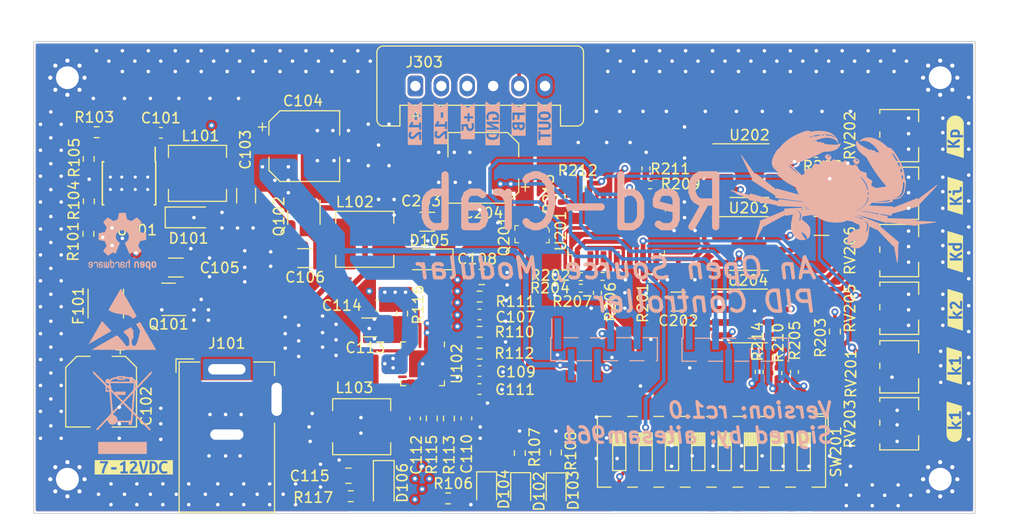
<source format=kicad_pcb>
(kicad_pcb (version 20211014) (generator pcbnew)
  (title_block (title "Red-Crab") (date "2022-07-09") (rev "rc1.0") (company "@aitesam961"))
  (layers (0 "F.Cu" signal) (1 "In1.Cu" signal) (2 "In2.Cu" signal) (31 "B.Cu" signal) (34 "B.Paste" user) (35 "F.Paste" user) (36 "B.SilkS" user "B.Silkscreen") (37 "F.SilkS" user "F.Silkscreen") (38 "B.Mask" user) (39 "F.Mask" user) (44 "Edge.Cuts" user))
  (net 0 "")
  (net 1 "Net-(C101-Pad1)")
  (net 2 "VIN{slash}5V")
  (net 3 "GND")
  (net 4 "+5V")
  (net 5 "+12V")
  (net 6 "Net-(C107-Pad2)")
  (net 7 "Net-(C109-Pad1)")
  (net 8 "/Power/VREF")
  (net 9 "Net-(C111-Pad1)")
  (net 10 "Net-(C112-Pad1)")
  (net 11 "-12V")
  (net 12 "/Power/VIN")
  (net 13 "Net-(C201-Pad1)")
  (net 14 "Net-(C201-Pad2)")
  (net 15 "Net-(C202-Pad1)")
  (net 16 "Net-(D102-Pad1)")
  (net 17 "Net-(D103-Pad1)")
  (net 18 "Net-(D104-Pad1)")
  (net 19 "/Power/OUTN_1{slash}2")
  (net 20 "Vkp")
  (net 21 "Vki")
  (net 22 "Vkd")
  (net 23 "/PID_Core/Vout")
  (net 24 "/PID_Core/LED{slash}D")
  (net 25 "/Power/BSW")
  (net 26 "Net-(R101-Pad1)")
  (net 27 "FB")
  (net 28 "Net-(R201-Pad1)")
  (net 29 "VG")
  (net 30 "V(ERROR)")
  (net 31 "Net-(R202-Pad2)")
  (net 32 "VDIV")
  (net 33 "/PID_Core/L_Plant")
  (net 34 "Net-(R205-Pad1)")
  (net 35 "VDIV{slash}END")
  (net 36 "Net-(R206-Pad2)")
  (net 37 "Net-(R208-Pad1)")
  (net 38 "Net-(R209-Pad1)")
  (net 39 "V(Addr)")
  (net 40 "Net-(R212-Pad1)")
  (net 41 "Net-(R214-Pad1)")
  (net 48 "LED{slash}P")
  (net 51 "Vkd{slash}ADD")
  (net 67 "Net-(Q201-Pad1)")
  (net 68 "/PID_Core/Feedback")
  (net 69 "/Power/VIN1.2")
  (net 70 "/Power/VIN1.1")
  (net 71 "/Power/VOUT1.1")
  (net 72 "/Power/L102")
  (net 73 "/Power/D105")
  (footprint "Connector_Stocko:Stocko_MKS_1656-6-0-606_1x6_P2.50mm_Vertical" (layer "F.Cu") (at 136.05 76.8)
    (fp_text reference "J303")
    (fp_text value "Screw_Terminal_01x06")
  )
  (footprint "Potentiometer_SMD:Potentiometer_Bourns_3214X_Vertical" (layer "F.Cu") (at 182.7 87.05 90)
    (fp_text reference "RV204")
    (fp_text value "100k")
  )
  (footprint "Potentiometer_SMD:Potentiometer_Bourns_3214X_Vertical" (layer "F.Cu") (at 182.7 109.3 90)
    (fp_text reference "RV203")
    (fp_text value "50k")
  )
  (footprint "Package_SO:SOP-8_3.76x4.96mm_P1.27mm" (layer "F.Cu") (at 168.2 92)
    (fp_text reference "U203")
    (fp_text value "LM741")
  )
  (footprint "Capacitor_SMD:C_1206_3216Metric" (layer "F.Cu") (at 112.95 94.32)
    (fp_text reference "C105")
    (fp_text value "10u")
  )
  (footprint "Resistor_SMD:R_0603_1608Metric" (layer "F.Cu") (at 129.82 116.39)
    (fp_text reference "R117")
    (fp_text value "12k")
  )
  (footprint "Package_SO:SOP-8_3.76x4.96mm_P1.27mm" (layer "F.Cu") (at 168.12 98.99)
    (fp_text reference "U204")
    (fp_text value "LM741")
  )
  (footprint "kibuzzard-62D28A8A" (layer "F.Cu") (at 188.1 81.7 90)
    (fp_text reference "kibuzzard-62D28A8A" hide)
    (fp_text value "G***" hide)
  )
  (footprint "Package_TO_SOT_SMD:SOT-23" (layer "F.Cu") (at 112.25 97.39 180)
    (fp_text reference "Q101")
    (fp_text value "AO3401A")
  )
  (footprint "Capacitor_SMD:C_1206_3216Metric" (layer "F.Cu") (at 119.73 87.38 -90)
    (fp_text reference "C103")
    (fp_text value "10u")
  )
  (footprint "Capacitor_SMD:C_1206_3216Metric" (layer "F.Cu") (at 131.6 100.1 180)
    (fp_text reference "C113")
    (fp_text value "10u")
  )
  (footprint "Resistor_SMD:R_0402_1005Metric" (layer "F.Cu") (at 172.6 104.4 -90)
    (fp_text reference "R205")
    (fp_text value "1k")
  )
  (footprint "MountingHole:MountingHole_2.2mm_M2_Pad_Via" (layer "F.Cu") (at 186.65 76)
    (fp_text reference "H302" hide)
    (fp_text value "MountingHole_Pad" hide)
  )
  (footprint "kibuzzard-62D28B16" (layer "F.Cu") (at 188 103.8 90)
    (fp_text reference "kibuzzard-62D28B16" hide)
    (fp_text value "G***" hide)
  )
  (footprint "Potentiometer_SMD:Potentiometer_Bourns_3214X_Vertical" (layer "F.Cu") (at 182.7 92.58 90)
    (fp_text reference "RV206")
    (fp_text value "100k")
  )
  (footprint "Capacitor_SMD:C_0603_1608Metric" (layer "F.Cu") (at 111.51 81.32)
    (fp_text reference "C101")
    (fp_text value "10n")
  )
  (footprint "Resistor_SMD:R_0402_1005Metric" (layer "F.Cu") (at 150.1 87.5 90)
    (fp_text reference "R213")
    (fp_text value "100")
  )
  (footprint "Resistor_SMD:R_0603_1608Metric" (layer "F.Cu") (at 139.2 116.6)
    (fp_text reference "R106")
    (fp_text value "5k1")
  )
  (footprint "Resistor_SMD:R_0402_1005Metric" (layer "F.Cu") (at 152 95.2)
    (fp_text reference "R202")
    (fp_text value "1k")
  )
  (footprint "LED_SMD:LED_0805_2012Metric" (layer "F.Cu") (at 142.92 115.7225 -90)
    (fp_text reference "D104")
    (fp_text value "YELLOW")
  )
  (footprint "Resistor_SMD:R_0603_1608Metric" (layer "F.Cu") (at 142.235 97.12 180)
    (fp_text reference "R111")
    (fp_text value "12k")
  )
  (footprint "Capacitor_SMD:C_0603_1608Metric" (layer "F.Cu") (at 142.235 104.31)
    (fp_text reference "C109")
    (fp_text value "10n")
  )
  (footprint "Resistor_SMD:R_0603_1608Metric" (layer "F.Cu") (at 146.12 112.23 -90)
    (fp_text reference "R107")
    (fp_text value "4k3")
  )
  (footprint "Diode_SMD:D_SOD-123" (layer "F.Cu") (at 137.43 93.53 180)
    (fp_text reference "D105")
    (fp_text value "B5819W")
  )
  (footprint "Resistor_SMD:R_0402_1005Metric" (layer "F.Cu") (at 152.35 86.18 180)
    (fp_text reference "R212")
    (fp_text value "1k")
  )
  (footprint "kibuzzard-62D28BAA" (layer "F.Cu") (at 188 109.2 90)
    (fp_text reference "kibuzzard-62D28BAA" hide)
    (fp_text value "G***" hide)
  )
  (footprint "Package_SO:SOP-8_3.76x4.96mm_P1.27mm" (layer "F.Cu") (at 168.26 84.97)
    (fp_text reference "U202")
    (fp_text value "LM741")
  )
  (footprint "Diode_SMD:D_SOD-123" (layer "F.Cu") (at 114.18 89.48)
    (fp_text reference "D101")
    (fp_text value "B5819W")
  )
  (footprint "Capacitor_SMD:CP_Elec_6.3x5.3" (layer "F.Cu") (at 105.75 106.3 -90)
    (fp_text reference "C102")
    (fp_text value "22uF/25V" hide)
  )
  (footprint "Potentiometer_SMD:Potentiometer_Bourns_3214X_Vertical" (layer "F.Cu") (at 182.7 81.49 90)
    (fp_text reference "RV202")
    (fp_text value "50k")
  )
  (footprint "Resistor_SMD:R_0603_1608Metric" (layer "F.Cu") (at 176.5 100.5 -90)
    (fp_text reference "R203")
    (fp_text value "10k")
  )
  (footprint "MountingHole:MountingHole_2.2mm_M2_Pad_Via" (layer "F.Cu") (at 102.5 76)
    (fp_text reference "H301" hide)
    (fp_text value "MountingHole_Pad" hide)
  )
  (footprint "Capacitor_SMD:CP_Elec_6.3x7.7" (layer "F.Cu") (at 142.6 84.7 180)
    (fp_text reference "C204")
    (fp_text value "220u")
  )
  (footprint "Connector_BarrelJack:BarrelJack_GCT_DCJ200-10-A_Horizontal" (layer "F.Cu") (at 117.87 104.14)
    (fp_text reference "J101")
    (fp_text value "Barrel_Jack_Switch" hide)
  )
  (footprint "Resistor_SMD:R_0603_1608Metric" (layer "F.Cu") (at 104.57 87.93 -90)
    (fp_text reference "R104")
    (fp_text value "100k")
  )
  (footprint "Capacitor_SMD:CP_Elec_6.3x7.7" (layer "F.Cu") (at 125.34 82.6)
    (fp_text reference "C104")
    (fp_text value "220u")
  )
  (footprint "Resistor_SMD:R_0402_1005Metric" (layer "F.Cu") (at 153.6 96.77 -90)
    (fp_text reference "R207")
    (fp_text value "1k")
  )
  (footprint "MountingHole:MountingHole_2.2mm_M2_Pad_Via" (layer "F.Cu") (at 186.65 114.75)
    (fp_text reference "H304" hide)
    (fp_text value "MountingHole_Pad" hide)
  )
  (footprint "digikey-footprints:SOT-23-3" (layer "F.Cu") (at 147.3 91.1 -90)
    (fp_text reference "Q201")
    (fp_text value "FDV301N")
  )
  (footprint "Package_TO_SOT_SMD:SOT-23" (layer "F.Cu") (at 125.3 89.5 -90)
    (fp_text reference "Q102")
    (fp_text value "AO3401A")
  )
  (footprint "Resistor_SMD:R_0402_1005Metric" (layer "F.Cu") (at 152 96.31)
    (fp_text reference "R204")
    (fp_text value "1k")
  )
  (footprint "Capacitor_SMD:C_1206_3216Metric" (layer "F.Cu") (at 175.2 90.3)
    (fp_text reference "C201")
    (fp_text value "1u")
  )
  (footprint "Symbol:RoHS-Logo_6mm_SilkScreen" (layer "F.Cu") (at 107.9 105)
    (fp_text reference "REF**" hide)
    (fp_text value "RoHS-Logo_6mm_SilkScreen" hide)
  )
  (footprint "Capacitor_SMD:C_1206_3216Metric" (layer "F.Cu") (at 161.4 97.6 180)
    (fp_text reference "C202")
    (fp_text value "1u")
  )
  (footprint "Resistor_SMD:R_0603_1608Metric" (layer "F.Cu") (at 104.55 83.83 90)
    (fp_text reference "R105")
    (fp_text value "3k3")
  )
  (footprint "Resistor_SMD:R_0402_1005Metric" (layer "F.Cu") (at 158.67 95.33)
    (fp_text reference "R201")
    (fp_text value "1k")
  )
  (footprint "Inductor_SMD:L_Sunlord_MWSA0518_5.4x5.2mm" (layer "F.Cu") (at 115.04 85.23)
    (fp_text reference "L101")
    (fp_text value "47u")
  )
  (footprint "Resistor_SMD:R_0603_1608Metric" (layer "F.Cu") (at 134.77 98.77 -90)
    (fp_text reference "R116")
    (fp_text value "100")
  )
  (footprint "Package_SO:TI_SO-PowerPAD-8_ThermalVias" (layer "F.Cu") (at 108.44 86.19 -90)
    (fp_text reference "U101")
    (fp_text value "TPS5430DDA")
  )
  (footprint "Capacitor_SMD:C_1206_3216Metric" (layer "F.Cu") (at 125.42 93.41 180)
    (fp_text reference "C106")
    (fp_text value "10u")
  )
  (footprint "Resistor_SMD:R_0603_1608Metric" (layer "F.Cu") (at 139.28 108.89 90)
    (fp_text reference "R113")
    (fp_text value "100k")
  )
  (footprint "Resistor_SMD:R_0402_1005Metric" (layer "F.Cu") (at 171 104.5 -90)
    (fp_text reference "R210")
    (fp_text value "1k")
  )
  (footprint "Resistor_SMD:R_0603_1608Metric" (layer "F.Cu") (at 142.235 100.52 180)
    (fp_text reference "R110")
    (fp_text value "1M")
  )
  (footprint "Resistor_SMD:R_0402_1005Metric" (layer "F.Cu") (at 154.1 95.17 180)
    (fp_text reference "R206")
    (fp_text value "1k")
  )
  (footprint "Resistor_SMD:R_0603_1608Metric" (layer "F.Cu") (at 105.32 81.26)
    (fp_text reference "R103")
    (fp_text value "10k")
  )
  (footprint "Capacitor_SMD:C_0603_1608Metric" (layer "F.Cu") (at 140.97 108.88 -90)
    (fp_text reference "C110")
    (fp_text value "220n")
  )
  (footprint "Inductor_SMD:L_Sunlord_MWSA0518_5.4x5.2mm" (layer "F.Cu") (at 130.87 109.68 180)
    (fp_text reference "L103")
    (fp_text value "10u")
  )
  (footprint "Resistor_SMD:R_0603_1608Metric" (layer "F.Cu") (at 137.63 108.89 90)
    (fp_text reference "R115")
    (fp_text value "1M")
  )
  (footprint "LED_SMD:LED_0805_2012Metric" (layer "F.Cu") (at 149.62 115.8225 -90)
    (fp_text reference "D103")
    (fp_text value "RED")
  )
  (footprint "Resistor_SMD:R_0603_1608Metric" (layer "F.Cu") (at 142.235 102.63 180)
    (fp_text reference "R112")
    (fp_text value "110k")
  )
  (footprint "Capacitor_SMD:C_0603_1608Metric" (layer "F.Cu") (at 142.235 98.85)
    (fp_text reference "C107")
    (fp_text value "6p8")
  )
  (footprint "Potentiometer_SMD:Potentiometer_Bourns_3214X_Vertical" (layer "F.Cu") (at 182.7 103.8 90)
    (fp_text reference "RV201")
    (fp_text value "50k")
  )
  (footprint "Button_Switch_SMD:SW_DIP_SPSTx08_Slide_6.7x21.88mm_W8.61mm_P2.54mm_LowProfile" (layer "F.Cu") (at 164.6 112.1 -90)
    (fp_text reference "SW201")
    (fp_text value "SW_DIP_x06")
  )
  (footprint "kibuzzard-62D28A66" (layer "F.Cu") (at 188.1 87.4 90)
    (fp_text reference "kibuzzard-62D28A66" hide)
    (fp_text value "G***" hide)
  )
  (footprint "Capacitor_SMD:C_1206_3216Metric" (layer "F.Cu") (at 137.2 89.9 180)
    (fp_text reference "C203")
    (fp_text value "10u")
  )
  (footprint "Inductor_SMD:L_Sunlord_MWSA0518_5.4x5.2mm" (layer "F.Cu") (at 131.17 91.59)
    (fp_text reference "L102")
    (fp_text value "10u")
  )
  (footprint "Capacitor_SMD:C_0805_2012Metric" (layer "F.Cu") (at 129.59 114.41 180)
    (fp_text reference "C115")
    (fp_text value "22u")
  )
  (footprint "Capacitor_SMD:C_0603_1608Metric" (layer "F.Cu") (at 132.37 97.98 180)
    (fp_text reference "C114")
    (fp_text value "100n")
  )
  (footprint "MountingHole:MountingHole_2.2mm_M2_Pad_Via" (layer "F.Cu") (at 102.5 114.75)
    (fp_text reference "H303" hide)
    (fp_text value "MountingHole_Pad" hide)
  )
  (footprint "Capacitor_SMD:C_0603_1608Metric" (layer "F.Cu") (at 136.03 108.89 -90)
    (fp_text reference "C112")
    (fp_text value "8p2")
  )
  (footprint "Resistor_SMD:R_0603_1608Metric" (layer "F.Cu") (at 104.53 91.07 -90)
    (fp_text reference "R101")
    (fp_text value "100k")
  )
  (footprint "Resistor_SMD:R_0402_1005Metric" (layer "F.Cu") (at 174.7 83.3 180)
    (fp_text reference "R208")
    (fp_text value "1k")
  )
  (footprint "Fuse:Fuse_1812_4532Metric" (layer "F.Cu") (at 106.2 97.8 -90)
    (fp_text reference "F101")
    (fp_text value "500mA" hide)
  )
  (footprint "LED_SMD:LED_0805_2012Metric" (layer "F.Cu") (at 146.2 115.8 -90)
    (fp_text reference "D102")
    (fp_text value "GREEN")
  )
  (footprint "kibuzzard-62D28C0C" (layer "F.Cu") (at 108.9 113.6)
    (fp_text reference "kibuzzard-62D28C0C" hide)
    (fp_text value "G***" hide)
  )
  (footprint "Capacitor_SMD:C_0603_1608Metric" (layer "F.Cu") (at 142.235 106.05)
    (fp_text reference "C111")
    (fp_text value "4n7")
  )
  (footprint "Diode_SMD:D_SOD-123" (layer "F.Cu") (at 133 115.2 -90)
    (fp_text reference "D106")
    (fp_text value "B5819W")
  )
  (footprint "kibuzzard-62D28AAB" (layer "F.Cu") (at 188.1 92.8 90)
    (fp_text reference "kibuzzard-62D28AAB" hide)
    (fp_text value "G***" hide)
  )
  (footprint "Resistor_SMD:R_0402_1005Metric" (layer "F.Cu") (at 169.2 104.4 -90)
    (fp_text reference "R214")
    (fp_text value "1k")
  )
  (footprint "kibuzzard-62D28AD0" (layer "F.Cu") (at 188.1 98.4 90)
    (fp_text reference "kibuzzard-62D28AD0" hide)
    (fp_text value "G***" hide)
  )
  (footprint "Resistor_SMD:R_0402_1005Metric" (layer "F.Cu") (at 158.68 86.34)
    (fp_text reference "R209")
    (fp_text value "6k")
  )
  (footprint "Capacitor_SMD:C_0805_2012Metric" (layer "F.Cu") (at 142.455 95.23)
    (fp_text reference "C108")
    (fp_text value "22u")
  )
  (footprint "Resistor_SMD:R_0402_1005Metric" (layer "F.Cu") (at 158.28 84.76 -90)
    (fp_text reference "R211")
    (fp_text value "6k")
  )
  (footprint "Package_DFN_QFN:QFN-24-1EP_4x4mm_P0.5mm_EP2.6x2.6mm" (layer "F.Cu") (at 136.74 103.61 -90)
    (fp_text reference "U102")
    (fp_text value "TPS65131RGER")
  )
  (footprint "digikey-footprints:SOIC-14_W3.9mm" (layer "F.Cu") (at 155.46 90.79)
    (fp_text reference "U201")
    (fp_text value "LM324ADR")
  )
  (footprint "Resistor_SMD:R_0603_1608Metric" (layer "F.Cu") (at 149.6 112.1725 -90)
    (fp_text reference "R108")
    (fp_text value "1k5")
  )
  (footprint "Potentiometer_SMD:Potentiometer_Bourns_3214X_Vertical" (layer "F.Cu") (at 182.7 98.15 90)
    (fp_text reference "RV205")
    (fp_text value "50k")
  )
  (footprint "kibuzzard-62D5638B" (layer "B.Cu") (at 148.5 80.4 -90)
    (fp_text reference "kibuzzard-62D5638B" hide)
    (fp_text value "G***" hide)
  )
  (footprint "Connector_PinHeader_1.27mm:PinHeader_1x08_P1.27mm_Vertical_SMD_Pin1Left" (layer "B.Cu") (at 154.24 102.2 -90)
    (fp_text reference "J302" hide)
    (fp_text value "OSTTC080162" hide)
  )
  (footprint "kibuzzard-62D56342" (layer "B.Cu") (at 141.1 80.2 -90)
    (fp_text reference "kibuzzard-62D56342" hide)
    (fp_text value "G***" hide)
  )
  (footprint "kibuzzard-62D5635A" (layer "B.Cu") (at 143.5 80.4 -90)
    (fp_text reference "kibuzzard-62D5635A" hide)
    (fp_text value "G***" hide)
  )
  (footprint "Symbol:WEEE-Logo_5.6x8mm_SilkScreen" (layer "B.Cu") (at 107.8 108.3 180)
    (fp_text reference "REF**" hide)
    (fp_text value "WEEE-Logo_5.6x8mm_SilkScreen" hide)
  )
  (footprint "kibuzzard-62D56368" (layer "B.Cu") (at 146 80 -90)
    (fp_text reference "kibuzzard-62D56368" hide)
    (fp_text value "G***" hide)
  )
  (footprint "Symbol:OSHW-Logo2_7.3x6mm_SilkScreen" (layer "B.Cu") (at 107.8 91.8 180)
    (fp_text reference "REF**" hide)
    (fp_text value "OSHW-Logo2_7.3x6mm_SilkScreen" hide)
  )
  (footprint "kibuzzard-62D56315" (layer "B.Cu") (at 138.5 80.4 -90)
    (fp_text reference "kibuzzard-62D56315" hide)
    (fp_text value "G***" hide)
  )
  (footprint "Symbol:ESD-Logo_6.6x6mm_SilkScreen" (layer "B.Cu") (at 107.8 99.3 180)
    (fp_text reference "REF**" hide)
    (fp_text value "ESD-Logo_6.6x6mm_SilkScreen" hide)
  )
  (footprint "Logos:Red-Crab" (layer "B.Cu") (at 176.4 87.5 180)
    (fp_text reference "G***" hide)
    (fp_text value "LOGO" hide)
  )
  (footprint "Connector_PinHeader_1.27mm:PinHeader_1x08_P1.27mm_Vertical_SMD_Pin1Left" (layer "B.Cu") (at 166.895 102.25 -90)
    (fp_text reference "J301" hide)
    (fp_text value "OSTTC080162" hide)
  )
  (footprint "kibuzzard-62D562E5" (layer "B.Cu") (at 136 80.4 -90)
    (fp_text reference "kibuzzard-62D562E5" hide)
    (fp_text value "G***" hide)
  )
  (gr_rect (start 99.25 72.5) (end 190.02 118.04) (layer "Edge.Cuts") (width 0.1) (fill none))
  (gr_text "Red-Crab" (at 151.1 88.1) (layer "B.SilkS") (effects (font (size 5 4) (thickness 0.7)) (justify mirror)))
  (gr_text "Version: rc1.0\nSigned by: aitesam961" (at 176.5 109.3) (layer "B.SilkS") (effects (font (size 1.5 1.5) (thickness 0.3) italic) (justify left mirror)))
  (gr_text "An Open Source, Modular \nPID Controller" (at 174.9 96) (layer "B.SilkS") (effects (font (size 2 2) (thickness 0.35) italic) (justify left mirror)))
  (segment (start 110.345 83.49) (end 110.345 81.71) (width 0.7) (layer "F.Cu") (net 1))
  (segment (start 110.345 81.71) (end 110.735 81.32) (width 0.7) (layer "F.Cu") (net 1))
  (segment (start 107.805 91.495) (end 107.805 88.89) (width 0.35) (layer "F.Cu") (net 3))
  (segment (start 104.55 87.085) (end 104.57 87.105) (width 0.53) (layer "F.Cu") (net 3))
  (segment (start 138.11152 104.81152) (end 136.91 103.61) (width 0.254) (layer "F.Cu") (net 3))
  (segment (start 114.7 89.5) (end 115.81 89.5) (width 0.53) (layer "F.Cu") (net 3))
  (segment (start 131.595 97.98) (end 131.595 96.615) (width 0.53) (layer "F.Cu") (net 3))
  (segment (start 143.06 97.12) (end 144.42 97.12) (width 0.53) (layer "F.Cu") (net 3))
  (segment (start 125.82 109.68) (end 128.82 109.68) (width 0.53) (layer "F.Cu") (net 3))
  (segment (start 159.125 96.8) (end 159.925 97.6) (width 0.53) (layer "F.Cu") (net 3))
  (segment (start 107.5 107.8) (end 111.4 107.8) (width 0.53) (layer "F.Cu") (net 3))
  (segment (start 128.4 101.3) (end 129.7 101.3) (width 0.53) (layer "F.Cu") (net 3))
  (segment (start 137.2 99.7) (end 137.25 99.75) (width 0.7) (layer "F.Cu") (net 3))
  (segment (start 125.8 109.7) (end 125.82 109.68) (width 0.53) (layer "F.Cu") (net 3))
  (segment (start 107.7 91.4) (end 105.9 91.4) (width 0.35) (layer "F.Cu") (net 3))
  (segment (start 128.2 110.3) (end 130.8 110.3) (width 0.53) (layer "F.Cu") (net 3))
  (segment (start 106.8 90.5) (end 106.8 92.1855) (width 0.53) (layer "F.Cu") (net 3))
  (segment (start 136.91 103.61) (end 136.74 103.61) (width 0.254) (layer "F.Cu") (net 3))
  (segment (start 128.7 112.9) (end 128.7 116.095) (width 0.53) (layer "F.Cu") (net 3))
  (segment (start 119.73 89.83) (end 120.4 90.5) (width 0.53) (layer "F.Cu") (net 3))
  (segment (start 119.57 89.83) (end 118.9 90.5) (width 0.53) (layer "F.Cu") (net 3))
  (segment (start 143.405 95.23) (end 144.47 95.23) (width 0.53) (layer "F.Cu") (net 3))
  (segment (start 144.35 106.05) (end 144.4 106.1) (width 0.53) (layer "F.Cu") (net 3))
  (segment (start 107.8 91.5) (end 107.7 91.4) (width 0.35) (layer "F.Cu") (net 3))
  (segment (start 139.8 83.2) (end 139.8 86) (width 0.53) (layer "F.Cu") (net 3))
  (segment (start 142.3 109.7) (end 142.3 110.8) (width 0.53) (layer "F.Cu") (net 3))
  (segment (start 149.6 111.3475) (end 149.6 110.1) (width 0.53) (layer "F.Cu") (net 3))
  (segment (start 186.8 87.1) (end 186.9 87) (width 0.53) (layer "F.Cu") (net 3))
  (segment (start 123.335 92.8) (end 123.945 93.41) (width 0.53) (layer "F.Cu") (net 3))
  (segment (start 138.6775 104.86) (end 140.06 104.86) (width 0.254) (layer "F.Cu") (net 3))
  (segment (start 144.5 104.4) (end 143.1 104.4) (width 0.53) (layer "F.Cu") (net 3))
  (segment (start 129.7 101.3) (end 130.125 100.875) (width 0.53) (layer "F.Cu") (net 3))
  (segment (start 178 111.5) (end 179.1 111.5) (width 0.45) (layer "F.Cu") (net 3))
  (segment (start 137.25 103.1) (end 136.74 103.61) (width 0.7) (layer "F.Cu") (net 3))
  (segment (start 182.4 109.6) (end 182.5 109.5) (width 0.53) (layer "F.Cu") (net 3))
  (segment (start 186.8 81.4) (end 186.9 81.3) (width 0.53) (layer "F.Cu") (net 3))
  (segment (start 144.47 95.57) (end 144.9 96) (width 0.53) (layer "F.Cu") (net 3))
  (segment (start 114.425 92.525) (end 114.4 92.5) (width 0.53) (layer "F.Cu") (net 3))
  (segment (start 143.1 104.4) (end 143.01 104.31) (width 0.53) (layer "F.Cu") (net 3))
  (segment (start 186.6 103.9) (end 186.7 103.8) (width 0.53) (layer "F.Cu") (net 3))
  (segment (start 142.255 109.655) (end 142.3 109.7) (width 0.53) (layer "F.Cu") (net 3))
  (segment (start 144.47 95.23) (end 144.9 94.8) (width 0.53) (layer "F.Cu") (net 3))
  (segment (start 123.155 94.2) (end 123.945 93.41) (width 0.53) (layer "F.Cu") (net 3))
  (segment (start 127.4 111.1) (end 128.2 110.3) (width 0.53) (layer "F.Cu") (net 3))
  (segment (start 136.99 103.36) (end 136.74 103.61) (width 0.254) (layer "F.Cu") (net 3))
  (segment (start 143.01 107.39) (end 143 107.4) (width 0.53) (layer "F.Cu") (net 3))
  (segment (start 126.5 108.8) (end 126.1 108.4) (width 0.53) (layer "F.Cu") (net 3))
  (segment (start 106.05 109.4) (end 105.75 109.1) (width 0.53) (layer "F.Cu") (net 3))
  (segment (start 119.73 89.83) (end 119.57 89.83) (width 0.53) (layer "F.Cu") (net 3))
  (segment (start 183.6 98.4) (end 186.8 98.4) (width 0.53) (layer "F.Cu") (net 3))
  (segment (start 146.1 111.385) (end 146.12 111.405) (width 0.53) (layer "F.Cu") (net 3))
  (segment (start 140.97 109.655) (end 142.255 109.655) (width 0.53) (layer "F.Cu") (net 3))
  (segment (start 107.5 109.4) (end 106.05 109.4) (width 0.53) (layer "F.Cu") (net 3))
  (segment (start 115.81 89.5) (end 115.83 89.48) (width 0.53) (layer "F.Cu") (net 3))
  (segment (start 153 97.88) (end 153.6 97.28) (width 0.53) (layer "F.Cu") (net 3))
  (segment (start 183.6 87.1) (end 186.8 87.1) (width 0.53) (layer "F.Cu") (net 3))
  (segment (start 128.1 81.1) (end 128.1 83.9) (width 0.53) (layer "F.Cu") (net 3))
  (segment (start 179.1 111.5) (end 180.15 110.45) (width 0.45) (layer "F.Cu") (net 3))
  (segment (start 114.425 94.32) (end 114.425 92.525) (width 0.53) (layer "F.Cu") (net 3))
  (segment (start 117.75 108.5) (end 117.75 112.5) (width 0.53) (layer "F.Cu") (net 3))
  (segment (start 122.1 92.8) (end 123.335 92.8) (width 0.53) (layer "F.Cu") (net 3))
  (segment (start 138.6775 104.86) (end 138.62902 104.81152) (width 0.254) (layer "F.Cu") (net 3))
  (segment (start 141.4 117.2) (end 142.38 117.2) (width 0.53) (layer "F.Cu") (net 3))
  (segment (start 137.25 99.75) (end 137.25 103.1) (width 0.7) (layer "F.Cu") (net 3))
  (segment (start 111.4 107.8) (end 111.5 107.9) (width 0.53) (layer "F.Cu") (net 3))
  (segment (start 140.06 104.86) (end 140.1 104.9) (width 0.254) (layer "F.Cu") (net 3))
  (segment (start 128.1 83.9) (end 128.2 84) (width 0.53) (layer "F.Cu") (net 3))
  (segment (start 135.35 87.85) (end 135.725 88.225) (width 0.53) (layer "F.Cu") (net 3))
  (segment (start 125.9 111.1) (end 127.4 111.1) (width 0.53) (layer "F.Cu") (net 3))
  (segment (start 158.3 96.8) (end 159.125 96.8) (width 0.53) (layer "F.Cu") (net 3))
  (segment (start 144.42 97.12) (end 144.8 97.5) (width 0.53) (layer "F.Cu") (net 3))
  (segment (start 135.725 88.225) (end 135.725 89.9) (width 0.53) (layer "F.Cu") (net 3))
  (segment (start 122.1 94.2) (end 123.155 94.2) (width 0.53) (layer "F.Cu") (net 3))
  (segment (start 104.55 84.655) (end 104.55 87.085) (width 0.53) (layer "F.Cu") (net 3))
  (segment (start 131.595 96.615) (end 131.61 96.6) (width 0.53) (layer "F.Cu") (net 3))
  (segment (start 139.8 86) (end 139.9 86.1) (width 0.53) (layer "F.Cu") (net 3))
  (segment (start 107.8 91.5) (end 107.805 91.495) (width 0.35) (layer "F.Cu") (net 3))
  (segment (start 128.7 116.095) (end 128.995 116.39) (width 0.53) (layer "F.Cu") (net 3))
  (segment (start 183.6 81.4) (end 186.8 81.4) (width 0.53) (layer "F.Cu") (net 3))
  (segment (start 137.49 102.86) (end 136.74 103.61) (width 0.254) (layer "F.Cu") (net 3))
  (segment (start 144.47 95.23) (end 144.47 95.57) (width 0.53) (layer "F.Cu") (net 3))
  (segment (start 128.7 100.1) (end 128.4 99.8) (width 0.53) (layer "F.Cu") (net 3))
  (segment (start 143.01 104.31) (end 143.01 107.39) (width 0.53) (layer "F.Cu") (net 3))
  (segment (start 134 87.75) (end 134.1 87.85) (width 0.53) (layer "F.Cu") (net 3))
  (segment (start 143.01 106.05) (end 144.35 106.05) (width 0.53) (layer "F.Cu") (net 3))
  (segment (start 130.125 100.875) (end 130.125 100.1) (width 0.53) (layer "F.Cu") (net 3))
  (segment (start 153 98.25) (end 153 97.88) (width 0.53) (layer "F.Cu") (net 3))
  (segment (start 130.125 100.1) (end 128.7 100.1) (width 0.53) (layer "F.Cu") (net 3))
  (segment (start 138.62902 104.81152) (end 138.11152 104.81152) (width 0.254) (layer "F.Cu") (net 3))
  (segment (start 130.8 108.8) (end 126.5 108.8) (width 0.53) (layer "F.Cu") (net 3))
  (segment (start 186.8 98.4) (end 186.9 98.3) (width 0.53) (layer "F.Cu") (net 3))
  (segment (start 119.73 88.855) (end 119.73 89.83) (width 0.53) (layer "F.Cu") (net 3))
  (segment (start 134.1 87.85) (end 135.35 87.85) (width 0.53) (layer "F.Cu") (net 3))
  (segment (start 142.38 117.2) (end 142.92 116.66) (width 0.53) (layer "F.Cu") (net 3))
  (segment (start 146.1 110.1) (end 146.1 111.385) (width 0.53) (layer "F.Cu") (net 3))
  (via (at 101.9 95.6) (size 0.68) (drill 0.34) (layers "F.Cu" "B.Cu") (net 3))
  (via (at 171.5 111.5) (size 0.68) (drill 0.34) (layers "F.Cu" "B.Cu") (net 3))
  (via (at 123 73.4) (size 0.68) (drill 0.34) (layers "F.Cu" "B.Cu") (net 3))
  (via (at 158.3 83.2) (size 0.68) (drill 0.34) (layers "F.Cu" "B.Cu") (net 3))
  (via (at 119 78) (size 0.68) (drill 0.34) (layers "F.Cu" "B.Cu") (net 3))
  (via (at 144.75 101.5) (size 0.68) (drill 0.34) (layers "F.Cu" "B.Cu") (net 3))
  (via (at 116.1 99.4) (size 0.68) (drill 0.34) (layers "F.Cu" "B.Cu") (net 3))
  (via (at 162 80.75) (size 0.68) (drill 0.34) (layers "F.Cu" "B.Cu") (net 3))
  (via (at 178 111.5) (size 0.68) (drill 0.34) (layers "F.Cu" "B.Cu") (net 3))
  (via (at 110.3 75.4) (size 0.68) (drill 0.34) (layers "F.Cu" "B.Cu") (net 3))
  (via (at 99.9 105.7) (size 0.68) (drill 0.34) (layers "F.Cu" "B.Cu") (net 3))
  (via (at 186.9 87) (size 0.68) (drill 0.34) (layers "F.Cu" "B.Cu") (net 3))
  (via (at 124.5 115.2) (size 0.68) (drill 0.34) (layers "F.Cu" "B.Cu") (net 3))
  (via (at 128.4 102.8) (size 0.68) (drill 0.34) (layers "F.Cu" "B.Cu") (net 3))
  (via (at 99.9 95.6) (size 0.68) (drill 0.34) (layers "F.Cu" "B.Cu") (net 3))
  (via (at 178.4 74.4) (size 0.68) (drill 0.34) (layers "F.Cu" "B.Cu") (net 3))
  (via (at 114.7 89.5) (size 0.68) (drill 0.34) (layers "F.Cu" "B.Cu") (net 3))
  (via (at 167.5 113.5) (size 0.68) (drill 0.34) (layers "F.Cu" "B.Cu") (net 3))
  (via (at 172.2 75.4) (size 0.68) (drill 0.34) (layers "F.Cu" "B.Cu") (net 3))
  (via (at 117 117.2) (size 0.68) (drill 0.34) (layers "F.Cu" "B.Cu") (net 3))
  (via (at 120.8 116.2) (size 0.68) (drill 0.34) (layers "F.Cu" "B.Cu") (net 3))
  (via (at 130.5 75.4) (size 0.68) (drill 0.34) (layers "F.Cu" "B.Cu") (net 3))
  (via (at 161 90.75) (size 0.68) (drill 0.34) (layers "F.Cu" "B.Cu") (net 3))
  (via (at 170.9 74.4) (size 0.68) (drill 0.34) (layers "F.Cu" "B.Cu") (net 3))
  (via (at 117.9 73.4) (size 0.68) (drill 0.34) (layers "F.Cu" "B.Cu") (net 3))
  (via (at 111.7 115.2) (size 0.68) (drill 0.34) (layers "F.Cu" "B.Cu") (net 3))
  (via (at 183.6 98.4) (size 0.68) (drill 0.34) (layers "F.Cu" "B.Cu") (net 3))
  (via (at 107.5 107.8) (size 0.68) (drill 0.34) (layers "F.Cu" "B.Cu") (net 3))
  (via (at 101.9 108.2) (size 0.68) (drill 0.34) (layers "F.Cu" "B.Cu") (net 3))
  (via (at 155.75 79.25) (size 0.68) (drill 0.34) (layers "F.Cu" "B.Cu") (net 3))
  (via (at 183.8 116.3) (size 0.68) (drill 0.34) (layers "F.Cu" "B.Cu") (net 3))
  (via (at 100.9 89.4) (size 0.68) (drill 0.34) (layers "F.Cu" "B.Cu") (net 3))
  (via (at 100.9 102) (size 0.68) (drill 0.34) (layers "F.Cu" "B.Cu") (net 3))
  (via (at 138.3 86.1) (size 0.68) (drill 0.34) (layers "F.Cu" "B.Cu") (net 3))
  (via (at 160.8 74.4) (size 0.68) (drill 0.34) (layers "F.Cu" "B.Cu") (net 3))
  (via (at 129.6 81.1) (size 0.68) (drill 0.34) (layers "F.Cu" "B.Cu") (net 3))
  (via (at 100.9 96.9) (size 0.68) (drill 0.34) (layers "F.Cu" "B.Cu") (net 3))
  (via (at 124.8 99.9) (size 0.68) (drill 0.34) (layers "F.Cu" "B.Cu") (net 3))
  (via (at 106.7 117.2) (size 0.68) (drill 0.34) (layers "F.Cu" "B.Cu") (net 3))
  (via (at 177.75 84.25) (size 0.68) (drill 0.34) (layers "F.Cu" "B.Cu") (net 3))
  (via (at 141.4 117.2) (size 0.68) (drill 0.34) (layers "F.Cu" "B.Cu") (net 3))
  (via (at 101.9 100.7) (size 0.68) (drill 0.34) (layers "F.Cu" "B.Cu") (net 3))
  (via (at 128.4 99.8) (size 0.68) (drill 0.34) (layers "F.Cu" "B.Cu") (net 3))
  (via (at 101.9 110.8) (size 0.68) (drill 0.34) (layers "F.Cu" "B.Cu") (net 3))
  (via (at 159.6 75.4) (size 0.68) (drill 0.34) (layers "F.Cu" "B.Cu") (net 3))
  (via (at 111.6 98.4) (size 0.68) (drill 0.34) (layers "F.Cu" "B.Cu") (net 3))
  (via (at 183.6 92.3) (size 0.68) (drill 0.34) (layers "F.Cu" "B.Cu") (net 3))
  (via (at 114.7 99.4) (size 0.68) (drill 0.34) (layers "F.Cu" "B.Cu") (net 3))
  (via (at 178 79.25) (size 0.68) (drill 0.34) (layers "F.Cu" "B.Cu") (net 3))
  (via (at 100.9 91.9) (size 0.68) (drill 0.34) (layers "F.Cu" "B.Cu") (net 3))
  (via (at 118.3 116.2) (size 0.68) (drill 0.34) (layers "F.Cu" "B.Cu") (net 3))
  (via (at 130.8 108.8) (size 0.68) (drill 0.34) (layers "F.Cu" "B.Cu") (net 3))
  (via (at 189.4 77.9) (size 0.68) (drill 0.34) (layers "F.Cu" "B.Cu") (net 3))
  (via (at 164 79.25) (size 0.68) (drill 0.34) (layers "F.Cu" "B.Cu") (net 3))
  (via (at 189.4 100.5) (size 0.68) (drill 0.34) (layers "F.Cu" "B.Cu") (net 3))
  (via (at 124.2 74.4) (size 0.68) (drill 0.34) (layers "F.Cu" "B.Cu") (net 3))
  (via (at 155.8 74.4) (size 0.68) (drill 0.34) (layers "F.Cu" "B.Cu") (net 3))
  (via (at 155.5 112.75) (size 0.68) (drill 0.34) (layers "F.Cu" "B.Cu") (net 3))
  (via (at 128.4 101.3) (size 0.68) (drill 0.34) (layers "F.Cu" "B.Cu") (net 3))
  (via (at 126.1 108.4) (size 0.68) (drill 0.34) (layers "F.Cu" "B.Cu") (net 3))
  (via (at 107.5 110.8) (size 0.68) (drill 0.34) (layers "F.Cu" "B.Cu") (net 3))
  (via (at 99.9 108.2) (size 0.68) (drill 0.34) (layers "F.Cu" "B.Cu") (net 3))
  (via (at 138.3 83.2) (size 0.68) (drill 0.34) (layers "F.Cu" "B.Cu") (net 3))
  (via (at 162.734875 112.49288) (size 0.68) (drill 0.34) (layers "F.Cu" "B.Cu") (net 3))
  (via (at 189.4 110.9) (size 0.68) (drill 0.34) (layers "F.Cu" "B.Cu") (net 3))
  (via (at 183.6 96.9) (size 0.68) (drill 0.34) (layers "F.Cu" "B.Cu") (net 3))
  (via (at 157.1 73.4) (size 0.68) (drill 0.34) (layers "F.Cu" "B.Cu") (net 3))
  (via (at 174 111.5) (size 0.68) (drill 0.34) (layers "F.Cu" "B.Cu") (net 3))
  (via (at 124.5 117.2) (size 0.68) (drill 0.34) (layers "F.Cu" "B.Cu") (net 3))
  (via (at 123.5 102.1) (size 0.68) (drill 0.34) (layers "F.Cu" "B.Cu") (net 3))
  (via (at 182 104.9) (size 0.68) (drill 0.34) (layers "F.Cu" "B.Cu") (net 3))
  (via (at 111.5 74.4) (size 0.68) (drill 0.34) (layers "F.Cu" "B.Cu") (net 3))
  (via (at 186.9 93.8) (size 0.68) (drill 0.34) (layers "F.Cu" "B.Cu") (net 3))
  (via (at 134 87.75) (size 0.68) (drill 0.34) (layers "F.Cu" "B.Cu") (net 3))
  (via (at 107.8 91.5) (size 0.68) (drill 0.34) (layers "F.Cu" "B.Cu") (net 3))
  (via (at 119.5 117.2) (size 0.68) (drill 0.34) (layers "F.Cu" "B.Cu") (net 3))
  (via (at 175.984875 112.49288) (size 0.68) (drill 0.34) (layers "F.Cu" "B.Cu") (net 3))
  (via (at 133.50712 80.484875) (size 0.68) (drill 0.34) (layers "F.Cu" "B.Cu") (net 3))
  (via (at 127.1 100.6) (size 0.68) (drill 0.34) (layers "F.Cu" "B.Cu") (net 3))
  (via (at 137.2 99.7) (size 0.68) (drill 0.34) (layers "F.Cu" "B.Cu") (net 3))
  (via (at 127.1 99) (size 0.68) (drill 0.34) (layers "F.Cu" "B.Cu") (net 3))
  (via (at 119.25 108.5) (size 0.68) (drill 0.34) (layers "F.Cu" "B.Cu") (net 3))
  (via (at 167 79.25) (size 0.68) (drill 0.34) (layers "F.Cu" "B.Cu") (net 3))
  (via (at 100.9 84.3) (size 0.68) (drill 0.34) (layers "F.Cu" "B.Cu") (net 3))
  (via (at 125.8 109.7) (size 0.68) (drill 0.34) (layers "F.Cu" "B.Cu") (net 3))
  (via (at 183.6 81.4) (size 0.68) (drill 0.34) (layers "F.Cu" "B.Cu") (net 3))
  (via (at 110.5 78) (size 0.68) (drill 0.34) (layers "F.Cu" "B.Cu") (net 3))
  (via (at 175.9 74.4) (size 0.68) (drill 0.34) (layers "F.Cu" "B.Cu") (net 3))
  (via (at 101.9 93.1) (size 0.68) (drill 0.34) (layers "F.Cu" "B.Cu") (net 3))
  (via (at 141.3 83.2) (size 0.68) (drill 0.34) (layers "F.Cu" "B.Cu") (net 3))
  (via (at 139.9 86.1) (size 0.68) (drill 0.34) (layers "F.Cu" "B.Cu") (net 3))
  (via (at 186.7 105.4) (size 0.68) (drill 0.34) (layers "F.Cu" "B.Cu") (net 3))
  (via (at 189.4 95.4) (size 0.68) (drill 0.34) (layers "F.Cu" "B.Cu") (net 3))
  (via (at 109 74.4) (size 0.68) (drill 0.34) (layers "F.Cu" "B.Cu") (net 3))
  (via (at 177.6 115.3) (size 0.68) (drill 0.34) (layers "F.Cu" "B.Cu") (net 3))
  (via (at 100.9 81.8) (size 0.68) (drill 0.34) (layers "F.Cu" "B.Cu") (net 3))
  (via (at 136.74 103.61) (size 0.68) (drill 0.34) (layers "F.Cu" "B.Cu") (net 3))
  (via (at 130.8 110.3) (size 0.68) (drill 0.34) (layers "F.Cu" "B.Cu") (net 3))
  (via (at 114.7 98.4) (size 0.68) (drill 0.34) (layers "F.Cu" "B.Cu") (net 3))
  (via (at 153 98.25) (size 0.68) (drill 0.34) (layers "F.Cu" "B.Cu") (net 3))
  (via (at 128.7 112.9) (size 0.68) (drill 0.34) (layers "F.Cu" "B.Cu") (net 3))
  (via (at 105.9 91.4) (size 0.68) (drill 0.34) (layers "F.Cu" "B.Cu") (net 3))
  (via (at 128.1 81.1) (size 0.68) (drill 0.34) (layers "F.Cu" "B.Cu") (net 3))
  (via (at 174 113.5) (size 0.68) (drill 0.34) (layers "F.Cu" "B.Cu") (net 3))
  (via (at 134 89.25) (size 0.68) (drill 0.34) (layers "F.Cu" "B.Cu") (net 3))
  (via (at 177.2 73.4) (size 0.68) (drill 0.34) (layers "F.Cu" "B.Cu") (net 3))
  (via (at 156.75 82.25) (size 0.68) (drill 0.34) (layers "F.Cu" "B.Cu") (net 3))
  (via (at 126.7 74.4) (size 0.68) (drill 0.34) (layers "F.Cu" "B.Cu") (net 3))
  (via (at 120.4 75.4) (size 0.68) (drill 0.34) (layers "F.Cu" "B.Cu") (net 3))
  (via (at 186.9 82.9) (size 0.68) (drill 0.34) (layers "F.Cu" "B.Cu") (net 3))
  (via (at 114.1 74.4) (size 0.68) (drill 0.34) (layers "F.Cu" "B.Cu") (net 3))
  (via (at 157.75 105.75) (size 0.68) (drill 0.34) (layers "F.Cu" "B.Cu") (net 3))
  (via (at 162.5 104) (size 0.68) (drill 0.34) (layers "F.Cu" "B.Cu") (net 3))
  (via (at 174.7 75.4) (size 0.68) (drill 0.34) (layers "F.Cu" "B.Cu") (net 3))
  (via (at 186.7 102.4) (size 0.68) (drill 0.34) (layers "F.Cu" "B.Cu") (net 3))
  (via (at 162.1 75.4) (size 0.68) (drill 0.34) (layers "F.Cu" "B.Cu") (net 3))
  (via (at 141.3 86.1) (size 0.68) (drill 0.34) (layers "F.Cu" "B.Cu") (net 3))
  (via (at 189.4 87.9) (size 0.68) (drill 0.34) (layers "F.Cu" "B.Cu") (net 3))
  (via (at 111.5 107.9) (size 0.68) (drill 0.34) (layers "F.Cu" "B.Cu") (net 3))
  (via (at 162.1 73.4) (size 0.68) (drill 0.34) (layers "F.Cu" "B.Cu") (net 3))
  (via (at 186.7 103.8) (size 0.68) (drill 0.34) (layers "F.Cu" "B.Cu") (net 3))
  (via (at 117.4 89) (size 0.68) (drill 0.34) (layers "F.Cu" "B.Cu") (net 3))
  (via (at 179.7 73.4) (size 0.68) (drill 0.34) (layers "F.Cu" "B.Cu") (net 3))
  (via (at 115.4 97.4) (size 0.68) (drill 0.34) (layers "F.Cu" "B.Cu") (net 3))
  (via (at 183.6 87.1) (size 0.68) (drill 0.34) (layers "F.Cu" "B.Cu") (net 3))
  (via (at 153.5 108.75) (size 0.68) (drill 0.34) (layers "F.Cu" "B.Cu") (net 3))
  (via (at 100.9 107) (size 0.68) (drill 0.34) (layers "F.Cu" "B.Cu") (net 3))
  (via (at 123.3 116.2) (size 0.68) (drill 0.34) (layers "F.Cu" "B.Cu") (net 3))
  (via (at 120.4 73.4) (size 0.68) (drill 0.34) (layers "F.Cu" "B.Cu") (net 3))
  (via (at 131.50712 80.484875) (size 0.68) (drill 0.34) (layers "F.Cu" "B.Cu") (net 3))
  (via (at 182.6 115.3) (size 0.68) (drill 0.34) (layers "F.Cu" "B.Cu") (net 3))
  (via (at 154.49288 110.765125) (size 0.68) (drill 0.34) (layers "F.Cu" "B.Cu") (net 3))
  (via (at 183.6 99.9) (size 0.68) (drill 0.34) (layers "F.Cu" "B.Cu") (net 3))
  (via (at 162 89.5) (size 0.68) (drill 0.34) (layers "F.Cu" "B.Cu") (net 3))
  (via (at 110.3 73.4) (size 0.68) (drill 0.34) (layers "F.Cu" "B.Cu") (net 3))
  (via (at 182.5 111.1) (size 0.68) (drill 0.34) (layers "F.Cu" "B.Cu") (net 3))
  (via (at 123 75.4) (size 0.68) (drill 0.34) (layers "F.Cu" "B.Cu") (net 3))
  (via (at 157.1 75.4) (size 0.68) (drill 0.34) (layers "F.Cu" "B.Cu") (net 3))
  (via (at 100.9 79.3) (size 0.68) (drill 0.34) (layers "F.Cu" "B.Cu") (net 3))
  (via (at 144.9 94.8) (size 0.68) (drill 0.34) (layers "F.Cu" "B.Cu") (net 3))
  (via (at 164.75 113.5) (size 0.68) (drill 0.34) (layers "F.Cu" "B.Cu") (net 3))
  (via (at 100.9 99.5) (size 0.68) (drill 0.34) (layers "F.Cu" "B.Cu") (net 3))
  (via (at 119.5 115.2) (size 0.68) (drill 0.34) (layers "F.Cu" "B.Cu") (net 3))
  (via (at 109.2 117.2) (size 0.68) (drill 0.34) (layers "F.Cu" "B.Cu") (net 3))
  (via (at 128.2 84) (size 0.68) (drill 0.34) (layers "F.Cu" "B.Cu") (net 3))
  (via (at 164.7 75.4) (size 0.68) (drill 0.34) (layers "F.Cu" "B.Cu") (net 3))
  (via (at 189.4 92.9) (size 0.68) (drill 0.34) (layers "F.Cu" "B.Cu") (net 3))
  (via (at 168.75 98.5) (size 0.68) (drill 0.34) (layers "F.Cu" "B.Cu") (net 3))
  (via (at 160.75 111.5) (size 0.68) (drill 0.34) (layers "F.Cu" "B.Cu") (net 3))
  (via (at 99.9 100.7) (size 0.68) (drill 0.34) (layers "F.Cu" "B.Cu") (net 3))
  (via (at 154.6 73.4) (size 0.68) (drill 0.34) (layers "F.Cu" "B.Cu") (net 3))
  (via (at 100.9 86.8) (size 0.68) (drill 0.34) (layers "F.Cu" "B.Cu") (net 3))
  (via (at 172.2 73.4) (size 0.68) (drill 0.34) (layers "F.Cu" "B.Cu") (net 3))
  (via (at 151.75 82.25) (size 0.68) (drill 0.34) (layers "F.Cu" "B.Cu") (net 3))
  (via (at 182.2 73.4) (size 0.68) (drill 0.34) (layers "F.Cu" "B.Cu") (net 3))
  (via (at 101.9 83) (size 0.68) (drill 0.34) (layers "F.Cu" "B.Cu") (net 3))
  (via (at 131.50712 84.484875) (size 0.68) (drill 0.34) (layers "F.Cu" "B.Cu") (net 3))
  (via (at 113 116.2) (size 0.68) (drill 0.34) (layers "F.Cu" "B.Cu") (net 3))
  (via (at 132.5 87.75) (size 0.68) (drill 0.34) (layers "F.Cu" "B.Cu") (net 3))
  (via (at 125.5 73.4) (size 0.68) (drill 0.34) (layers "F.Cu" "B.Cu") (net 3))
  (via (at 105.5 116.2) (size 0.68) (drill 0.34) (layers "F.Cu" "B.Cu") (net 3))
  (via (at 116.25 78) (size 0.68) (drill 0.34) (layers "F.Cu" "B.Cu") (net 3))
  (via (at 174.7 73.4) (size 0.68) (drill 0.34) (layers "F.Cu" "B.Cu") (net 3))
  (via (at 146.1 110.1) (size 0.68) (drill 0.34) (layers "F.Cu" "B.Cu") (net 3))
  (via (at 128 73.4) (size 0.68) (drill 0.34) (layers "F.Cu" "B.Cu") (net 3))
  (via (at 125.9 111.1) (size 0.68) (drill 0.34) (layers "F.Cu" "B.Cu") (net 3))
  (via (at 119.6 92.7) (size 0.68) (drill 0.34) (layers "F.Cu" "B.Cu") (net 3))
  (via (at 142.3 110.8) (size 0.68) (drill 0.34) (layers "F.Cu" "B.Cu") (net 3))
  (via (at 108 78) (size 0.68) (drill 0.34) (layers "F.Cu" "B.Cu") (net 3))
  (via (at 135.75 91.75) (size 0.68) (drill 0.34) (layers "F.Cu" "B.Cu") (net 3))
  (via (at 169.7 73.4) (size 0.68) (drill 0.34) (layers "F.Cu" "B.Cu") (net 3))
  (via (at 189.4 82.9) (size 0.68) (drill 0.34) (layers "F.Cu" "B.Cu") (net 3))
  (via (at 160.35 95.5) (size 0.68) (drill 0.34) (layers "F.Cu" "B.Cu") (net 3))
  (via (at 169.7 75.4) (size 0.68) (drill 0.34) (layers "F.Cu" "B.Cu") (net 3))
  (via (at 142.25 88.75) (size 0.68) (drill 0.34) (layers "F.Cu" "B.Cu") (net 3))
  (via (at 186.9 81.3) (size 0.68) (drill 0.34) (layers "F.Cu" "B.Cu") (net 3))
  (via (at 189.4 108.4) (size 0.68) (drill 0.34) (layers "F.Cu" "B.Cu") (net 3))
  (via (at 189.4 80.4) (size 0.68) (drill 0.34) (layers "F.Cu" "B.Cu") (net 3))
  (via (at 168.4 74.4) (size 0.68) (drill 0.34) (layers "F.Cu" "B.Cu") (net 3))
  (via (at 182.5 109.5) (size 0.68) (drill 0.34) (layers "F.Cu" "B.Cu") (net 3))
  (via (at 116.6 74.4) (size 0.68) (drill 0.34) (layers "F.Cu" "B.Cu") (net 3))
  (via (at 111.7 117.2) (size 0.68) (drill 0.34) (layers "F.Cu" "B.Cu") (net 3))
  (via (at 105 78) (size 0.68) (drill 0.34) (layers "F.Cu" "B.Cu") (net 3))
  (via (at 139.8 83.2) (size 0.68) (drill 0.34) (layers "F.Cu" "B.Cu") (net 3))
  (via (at 144.9 96) (size 0.68) (drill 0.34) (layers "F.Cu" "B.Cu") (net 3))
  (via (at 129.2 74.4) (size 0.68) (drill 0.34) (layers "F.Cu" "B.Cu") (net 3))
  (via (at 116.25 108.5) (size 0.68) (drill 0.34) (layers "F.Cu" "B.Cu") (net 3))
  (via (at 117.9 75.4) (size 0.68) (drill 0.34) (layers "F.Cu" "B.Cu") (net 3))
  (via (at 114.4 92.5) (size 0.68) (drill 0.34) (layers "F.Cu" "B.Cu") (net 3))
  (via (at 106.5 74.4) (size 0.68) (drill 0.34) (layers "F.Cu" "B.Cu") (net 3))
  (via (at 117 115.2) (size 0.68) (drill 0.34) (layers "F.Cu" "B.Cu") (net 3))
  (via (at 183.6 79.9) (size 0.68) (drill 0.34) (layers "F.Cu" "B.Cu") (net 3))
  (via (at 122.1 92.8) (size 0.68) (drill 0.34) (layers "F.Cu" "B.Cu") (net 3))
  (via (at 160.75 113.5) (size 0.68) (drill 0.34) (layers "F.Cu" "B.Cu") (net 3))
  (via (at 99.9 85.5) (size 0.68) (drill 0.34) (layers "F.Cu" "B.Cu") (net 3))
  (via (at 101.9 85.5) (size 0.68) (drill 0.34) (layers "F.Cu" "B.Cu") (net 3))
  (via (at 115.8 116.2) (size 0.68) (drill 0.34) (layers "F.Cu" "B.Cu") (net 3))
  (via (at 149.75 102.75) (size 0.68) (drill 0.34) (layers "F.Cu" "B.Cu") (net 3))
  (via (at 189.4 98) (size 0.68) (drill 0.34) (layers "F.Cu" "B.Cu") (net 3))
  (via (at 189.4 90.4) (size 0.68) (drill 0.34) (layers "F.Cu" "B.Cu") (net 3))
  (via (at 125.5 75.4) (size 0.68) (drill 0.34) (layers "F.Cu" "B.Cu") (net 3))
  (via (at 169.484875 112.49288) (size 0.68) (drill 0.34) (layers "F.Cu" "B.Cu") (net 3))
  (via (at 137.2 100.6) (size 0.68) (drill 0.34) (layers "F.Cu" "B.Cu") (net 3))
  (via (at 171.5 113.5) (size 0.68) (drill 0.34) (layers "F.Cu" "B.Cu") (net 3))
  (via (at 183.6 88.6) (size 0.68) (drill 0.34) (layers "F.Cu" "B.Cu") (net 3))
  (via (at 119.15 112.5) (size 0.68) (drill 0.34) (layers "F.Cu" "B.Cu") (net 3))
  (via (at 106.8 92.1855) (size 0.68) (drill 0.34) (layers "F.Cu" "B.Cu") (net 3))
  (via (at 150.5 85.25) (size 0.68) (drill 0.34) (layers "F.Cu" "B.Cu") (net 3))
  (via (at 176 85.75) (size 0.68) (drill 0.34) (layers "F.Cu" "B.Cu") (net 3))
  (via (at 132.5 82.5) (size 0.68) (drill 0.34) (layers "F.Cu" "B.Cu") (net 3))
  (via (at 106.8 90.5) (size 0.68) (drill 0.34) (layers "F.Cu" "B.Cu") (net 3))
  (via (at 114.2 117.2) (size 0.68) (drill 0.34) (layers "F.Cu" "B.Cu") (net 3))
  (via (at 144.4 106.1) (size 0.68) (drill 0.34) (layers "F.Cu" "B.Cu") (net 3))
  (via (at 113.25 78) (size 0.68) (drill 0.34) (layers "F.Cu" "B.Cu") (net 3))
  (via (at 163.013352 90.744684) (size 0.68) (drill 0.34) (layers "F.Cu" "B.Cu") (net 3))
  (via (at 99.9 80.5) (size 0.68) (drill 0.34) (layers "F.Cu" "B.Cu") (net 3))
  (via (at 178 113.5) (size 0.68) (drill 0.34) (layers "F.Cu" "B.Cu") (net 3))
  (via (at 115.4 75.4) (size 0.68) (drill 0.34) (layers "F.Cu" "B.Cu") (net 3))
  (via (at 144 90) (size 0.68) (drill 0.34) (layers "F.Cu" "B.Cu") (net 3))
  (via (at 123.5 100.7) (size 0.68) (drill 0.34) (layers "F.Cu" "B.Cu") (net 3))
  (via (at 172.25 79.25) (size 0.68) (drill 0.34) (layers "F.Cu" "B.Cu") (net 3))
  (via (at 183.6 90.8) (size 0.68) (drill 0.34) (layers "F.Cu" "B.Cu") (net 3))
  (via (at 101.9 88) (size 0.68) (drill 0.34) (layers "F.Cu" "B.Cu") (net 3))
  (via (at 107.5 109.4) (size 0.68) (drill 0.34) (layers "F.Cu" "B.Cu") (net 3))
  (via (at 161.984875 87.991994) (size 0.68) (drill 0.34) (layers "F.Cu" "B.Cu") (net 3))
  (via (at 122 115.2) (size 0.68) (drill 0.34) (layers "F.Cu" "B.Cu") (net 3))
  (via (at 158.75 101.25) (size 0.68) (drill 0.34) (layers "F.Cu" "B.Cu") (net 3))
  (via (at 110.5 116.2) (size 0.68) (drill 0.34) (layers "F.Cu" "B.Cu") (net 3))
  (via (at 105.3 73.4) (size 0.68) (drill 0.34) (layers "F.Cu" "B.Cu") (net 3))
  (via (at 177.6 117.3) (size 0.68) (drill 0.34) (layers "F.Cu" "B.Cu") (net 3))
  (via (at 182.2 75.4) (size 0.68) (drill 0.34) (layers "F.Cu" "B.Cu") (net 3))
  (via (at 99.9 103.2) (size 0.68) (drill 0.34) (layers "F.Cu" "B.Cu") (net 3))
  (via (at 101.9 80.5) (size 0.68) (drill 0.34) (layers "F.Cu" "B.Cu") (net 3))
  (via (at 183.6 82.9) (size 0.68) (drill 0.34) (layers "F.Cu" "B.Cu") (net 3))
  (via (at 186.9 98.3) (size 0.68) (drill 0.34) (layers "F.Cu" "B.Cu") (net 3))
  (via (at 117.75 112.5) (size 0.68) (drill 0.34) (layers "F.Cu" "B.Cu") (net 3))
  (via (at 106.7 115.2) (size 0.68) (drill 0.34) (layers "F.Cu" "B.Cu") (net 3))
  (via (at 117.75 108.5) (size 0.68) (drill 0.34) (layers "F.Cu" "B.Cu") (net 3))
  (via (at 99.9 88) (size 0.68) (drill 0.34) (layers "F.Cu" "B.Cu") (net 3))
  (via (at 124.8 102.9) (size 0.68) (drill 0.34) (layers "F.Cu" "B.Cu") (net 3))
  (via (at 179.7 75.4) (size 0.68) (drill 0.34) (layers "F.Cu" "B.Cu") (net 3))
  (via (at 99.9 90.6) (size 0.68) (drill 0.34) (layers "F.Cu" "B.Cu") (net 3))
  (via (at 140.1 104.9) (size 0.68) (drill 0.34) (layers "F.Cu" "B.Cu") (net 3))
  (via (at 183.6 93.8) (size 0.68) (drill 0.34) (layers "F.Cu" "B.Cu") (net 3))
  (via (at 186.9 96.9) (size 0.68) (drill 0.34) (layers "F.Cu" "B.Cu") (net 3))
  (via (at 129.6 84) (size 0.68) (drill 0.34) (layers "F.Cu" "B.Cu") (net 3))
  (via (at 100.9 109.6) (size 0.68) (drill 0.34) (layers "F.Cu" "B.Cu") (net 3))
  (via (at 175.25 79.25) (size 0.68) (drill 0.34) (layers "F.Cu" "B.Cu") (net 3))
  (via (at 112.9 75.4) (size 0.68) (drill 0.34) (layers "F.Cu" "B.Cu") (net 3))
  (via (at 180.9 74.4) (size 0.68) (drill 0.34) (layers "F.Cu" "B.Cu") (net 3))
  (via (at 149.6 110.1) (size 0.68) (drill 0.34) (layers "F.Cu" "B.Cu") (net 3))
  (via (at 99.9 98.1) (size 0.68) (drill 0.34) (layers "F.Cu" "B.Cu") (net 3))
  (via (at 126.6 84) (size 0.68) (drill 0.34) (layers "F.Cu" "B.Cu") (net 3))
  (via (at 101.9 90.6) (size 0.68) (drill 0.34) (layers "F.Cu" "B.Cu") (net 3))
  (via (at 182.6 117.3) (size 0.68) (drill 0.34) (layers "F.Cu" "B.Cu") (net 3))
  (via (at 186.9 90.8) (size 0.68) (drill 0.34) (layers "F.Cu" "B.Cu") (net 3))
  (via (at 99.9 110.8) (size 0.68) (drill 0.34) (layers "F.Cu" "B.Cu") (net 3))
  (via (at 186.9 85.6) (size 0.68) (drill 0.34) (layers "F.Cu" "B.Cu") (net 3))
  (via (at 183.6 85.6) (size 0.68) (drill 0.34) (layers "F.Cu" "B.Cu") (net 3))
  (via (at 101.9 103.2) (size 0.68) (drill 0.34) (layers "F.Cu" "B.Cu") (net 3))
  (via (at 116.1 98.4) (size 0.68) (drill 0.34) (layers "F.Cu" "B.Cu") (net 3))
  (via (at 162 83.75) (size 0.68) (drill 0.34) (layers "F.Cu" "B.Cu") (net 3))
  (via (at 159.6 73.4) (size 0.68) (drill 0.34) (layers "F.Cu" "B.Cu") (net 3))
  (via (at 117.4 90.5) (size 0.68) (drill 0.34) (layers "F.Cu" "B.Cu") (net 3))
  (via (at 144.75 99.5) (size 0.68) (drill 0.34) (layers "F.Cu" "B.Cu") (net 3))
  (via (at 167.2 75.4) (size 0.68) (drill 0.34) (layers "F.Cu" "B.Cu") (net 3))
  (via (at 119.1 74.4) (size 0.68) (drill 0.34) (layers "F.Cu" "B.Cu") (net 3))
  (via (at 189.4 105.5) (size 0.68) (drill 0.34) (layers "F.Cu" "B.Cu") (net 3))
  (via (at 122.1 94.2) (size 0.68) (drill 0.34) (layers "F.Cu" "B.Cu") (net 3))
  (via (at 182.5 108.1) (size 0.68) (drill 0.34) (layers "F.Cu" "B.Cu") (net 3))
  (via (at 144.8 97.5) (size 0.68) (drill 0.34) (layers "F.Cu" "B.Cu") (net 3))
  (via (at 130.5 73.4) (size 0.68) (drill 0.34) (layers "F.Cu" "B.Cu") (net 3))
  (via (at 143 107.4) (size 0.68) (drill 0.34) (layers "F.Cu" "B.Cu") (net 3))
  (via (at 164.7 73.4) (size 0.68) (drill 0.34) (layers "F.Cu" "B.Cu") (net 3))
  (via (at 107.8 73.4) (size 0.68) (drill 0.34) (layers "F.Cu" "B.Cu") (net 3))
  (via (at 126.9 115.5) (size 0.68) (drill 0.34) (layers "F.Cu" "B.Cu") (net 3))
  (via (at 189.4 103) (size 0.68) (drill 0.34) (layers "F.Cu" "B.Cu") (net 3))
  (via (at 99.9 83) (size 0.68) (drill 0.34) (layers "F.Cu" "B.Cu") (net 3))
  (via (at 164.75 111.5) (size 0.68) (drill 0.34) (layers "F.Cu" "B.Cu") (net 3))
  (via (at 167.5 111.5) (size 0.68) (drill 0.34) (layers "F.Cu" "B.Cu") (net 3))
  (via (at 167.2 73.4) (size 0.68) (drill 0.34) (layers "F.Cu" "B.Cu") (net 3))
  (via (at 163 95.5) (size 0.68) (drill 0.34) (layers "F.Cu" "B.Cu") (net 3))
  (via (at 158.3 74.4) (size 0.68) (drill 0.34) (layers "F.Cu" "B.Cu") (net 3))
  (via (at 181.3 116.3) (size 0.68) (drill 0.34) (layers "F.Cu" "B.Cu") (net 3))
  (via (at 116.15 112.5) (size 0.68) (drill 0.34) (layers "F.Cu" "B.Cu") (net 3))
  (via (at 114.2 115.2) (size 0.68) (drill 0.34) (layers "F.Cu" "B.Cu") (net 3))
  (via (at 183.4 74.4) (size 0.68) (drill 0.34) (layers "F.Cu" "B.Cu") (net 3))
  (via (at 180.1 115.3) (size 0.68) (drill 0.34) (layers "F.Cu" "B.Cu") (net 3))
  (via (at 154.5 82.25) (size 0.68) (drill 0.34) (layers "F.Cu" "B.Cu") (net 3))
  (via (at 155 103) (size 0.68) (drill 0.34) (layers "F.Cu" "B.Cu") (net 3))
  (via (at 128 75.4) (size 0.68) (drill 0.34) (layers "F.Cu" "B.Cu") (net 3))
  (via (at 133.50712 84.484875) (size 0.68) (drill 0.34) (layers "F.Cu" "B.Cu") (net 3))
  (via (at 153.5 79.25) (size 0.68) (drill 0.34) (layers "F.Cu" "B.Cu") (net 3))
  (via (at 121.6 74.4) (size 0.68) (drill 0.34) (layers "F.Cu" "B.Cu") (net 3))
  (via (at 142.3 109.7) (size 0.68) (drill 0.34) (layers "F.Cu" "B.Cu") (net 3))
  (via (at 108 116.2) (size 0.68) (drill 0.34) (layers "F.Cu" "B.Cu") (net 3))
  (via (at 101.9 98.1) (size 0.68) (drill 0.34) (layers "F.Cu" "B.Cu") (net 3))
  (via (at 177.2 75.4) (size 0.68) (drill 0.34) (layers "F.Cu" "B.Cu") (net 3))
  (via (at 186.9 99.9) (size 0.68) (drill 0.34) (layers "F.Cu" "B.Cu") (net 3))
  (via (at 119.6 95.7) (size 0.68) (drill 0.34) (layers "F.Cu" "B.Cu") (net 3))
  (via (at 126.9 113.3) (size 0.68) (drill 0.34) (layers "F.Cu" "B.Cu") (net 3))
  (via (at 111.5 110.9) (size 0.68) (drill 0.34) (layers "F.Cu" "B.Cu") (net 3))
  (via (at 127.1 102) (size 0.68) (drill 0.34) (layers "F.Cu" "B.Cu") (net 3))
  (via (at 116.2 93.4) (size 0.68) (drill 0.34) (layers "F.Cu" "B.Cu") (net 3))
  (via (at 107.8 75.4) (size 0.68) (drill 0.34) (layers "F.Cu" "B.Cu") (net 3))
  (via (at 186.9 88.6) (size 0.68) (drill 0.34) (layers "F.Cu" "B.Cu") (net 3))
  (via (at 178.8 116.3) (size 0.68) (drill 0.34) (layers "F.Cu" "B.Cu") (net 3))
  (via (at 163.3 74.4) (size 0.68) (drill 0.34) (layers "F.Cu" "B.Cu") (net 3))
  (via (at 109.2 115.2) (size 0.68) (drill 0.34) (layers "F.Cu" "B.Cu") (net 3))
  (via (at 131.7 74.4) (size 0.68) (drill 0.34) (layers "F.Cu" "B.Cu") (net 3))
  (via (at 116.2 95.2) (size 0.68) (drill 0.34) (layers "F.Cu" "B.Cu") (net 3))
  (via (at 169.5 79.25) (size 0.68) (drill 0.34) (layers "F.Cu" "B.Cu") (net 3))
  (via (at 158 79.25) (size 0.68) (drill 0.34) (layers "F.Cu" "B.Cu") (net 3))
  (via (at 112.9 73.4) (size 0.68) (drill 0.34) (layers "F.Cu" "B.Cu") (net 3))
  (via (at 126.6 81.1) (size 0.68) (drill 0.34) (layers "F.Cu" "B.Cu") (net 3))
  (via (at 189.4 85.4) (size 0.68) (drill 0.34) (layers "F.Cu" "B.Cu") (net 3))
  (via (at 144.5 104.4) (size 0.68) (drill 0.34) (layers "F.Cu" "B.Cu") (net 3))
  (via (at 115.4 73.4) (size 0.68) (drill 0.34) (layers "F.Cu" "B.Cu") (net 3))
  (via (at 180.1 117.3) (size 0.68) (drill 0.34) (layers "F.Cu" "B.Cu") (net 3))
  (via (at 119.6 94.3) (size 0.68) (drill 0.34) (layers "F.Cu" "B.Cu") (net 3))
  (via (at 99.9 93.1) (size 0.68) (drill 0.34) (layers "F.Cu" "B.Cu") (net 3))
  (via (at 120.4 90.5) (size 0.68) (drill 0.34) (layers "F.Cu" "B.Cu") (net 3))
  (via (at 173.4 74.4) (size 0.68) (drill 0.34) (layers "F.Cu" "B.Cu") (net 3))
  (via (at 158.3 96.8) (size 0.68) (drill 0.34) (layers "F.Cu" "B.Cu") (net 3))
  (via (at 165.9 74.4) (size 0.68) (drill 0.34) (layers "F.Cu" "B.Cu") (net 3))
  (via (at 186.9 79.9) (size 0.68) (drill 0.34) (layers "F.Cu" "B.Cu") (net 3))
  (via (at 100.9 104.5) (size 0.68) (drill 0.34) (layers "F.Cu" "B.Cu") (net 3))
  (via (at 124.8 101.4) (size 0.68) (drill 0.34) (layers "F.Cu" "B.Cu") (net 3))
  (via (at 137.244684 91.748533) (size 0.68) (drill 0.34) (layers "F.Cu" "B.Cu") (net 3))
  (via (at 186.9 92.2) (size 0.68) (drill 0.34) (layers "F.Cu" "B.Cu") (net 3))
  (via (at 122 117.2) (size 0.68) (drill 0.34) (layers "F.Cu" "B.Cu") (net 3))
  (via (at 111.5 109.4) (size 0.68) (drill 0.34) (layers "F.Cu" "B.Cu") (net 3))
  (via (at 104.6 85.8) (size 0.68) (drill 0.34) (layers "F.Cu" "B.Cu") (net 3))
  (via (at 100.9 94.4) (size 0.68) (drill 0.34) (layers "F.Cu" "B.Cu") (net 3))
  (via (at 160.25 79.25) (size 0.68) (drill 0.34) (layers "F.Cu" "B.Cu") (net 3))
  (via (at 123.5 99.1) (size 0.68) (drill 0.34) (layers "F.Cu" "B.Cu") (net 3))
  (via (at 154.6 75.4) (size 0.68) (drill 0.34) (layers "F.Cu" "B.Cu") (net 3))
  (via (at 118.9 90.5) (size 0.68) (drill 0.34) (layers "F.Cu" "B.Cu") (net 3))
  (via (at 153.5 112.75) (size 0.68) (drill 0.34) (layers "F.Cu" "B.Cu") (net 3))
  (via (at 131.61 96.6) (size 0.68) (drill 0.34) (layers "F.Cu" "B.Cu") (net 3))
  (via (at 101.9 105.7) (size 0.68) (drill 0.34) (layers "F.Cu" "B.Cu") (net 3))
  (segment (start 157.75 104.05) (end 157.75 105.75) (width 0.35) (layer "B.Cu") (net 3))
  (segment (start 158.1 103.7) (end 157.75 104.05) (width 0.35) (layer "B.Cu") (net 3))
  (segment (start 162.5 104) (end 163.47 104) (width 0.35) (layer "B.Cu") (net 3))
  (segment (start 158.685 103.7) (end 158.1 103.7) (width 0.35) (layer "B.Cu") (net 3))
  (segment (start 167.53 100.75) (end 167.53 99.72) (width 0.35) (layer "B.Cu") (net 3))
  (segment (start 167.53 99.72) (end 168.75 98.5) (width 0.35) (layer "B.Cu") (net 3))
  (segment (start 155 103) (end 155.7 103.7) (width 0.35) (layer "B.Cu") (net 3))
  (segment (start 155.7 103.7) (end 156.145 103.7) (width 0.35) (layer "B.Cu") (net 3))
  (segment (start 163.47 104) (end 163.72 103.75) (width 0.35) (layer "B.Cu") (net 3))
  (segment (start 109.7 79.3) (end 115.4 79.3) (width 0.45) (layer "F.Cu") (net 4))
  (segment (start 150.99 116.76) (end 149.62 116.76) (width 0.53) (layer "F.Cu") (net 4))
  (segment (start 115.4 79.3) (end 116.4 80.3) (width 0.45) (layer "F.Cu") (net 4))
  (segment (start 150 103.75) (end 151.25 103.75) (width 0.53) (layer "F.Cu") (net 4))
  (segment (start 116.4 80.3) (end 116.4 80.6) (width 0.45) (layer "F.Cu") (net 4))
  (segment (start 135.49 101.6725) (end 135.49 101.51) (width 0.254) (layer "F.Cu") (net 4))
  (segment (start 107.74 81.26) (end 109.7 79.3) (width 0.45) (layer "F.Cu") (net 4))
  (segment (start 152 115.75) (end 150.99 116.76) (width 0.53) (layer "F.Cu") (net 4))
  (segment (start 152 104.5) (end 152 115.75) (width 0.53) (layer "F.Cu") (net 4))
  (segment (start 151.25 103.75) (end 152 104.5) (width 0.53) (layer "F.Cu") (net 4))
  (segment (start 135.99 101.6725) (end 135.99 101.91) (width 0.254) (layer "F.Cu") (net 4))
  (segment (start 106.145 81.26) (end 107.74 81.26) (width 0.45) (layer "F.Cu") (net 4))
  (segment (start 135.49 101.773489) (end 135.49 101.6725) (width 0.254) (layer "F.Cu") (net 4))
  (via (at 123.8 84.6) (size 0.68) (drill 0.34) (layers "F.Cu" "B.Cu") (net 4))
  (via (at 132.1 99.3) (size 0.68) (drill 0.34) (layers "F.Cu" "B.Cu") (net 4))
  (via (at 121.3 84.6) (size 0.68) (drill 0.34) (layers "F.Cu" "B.Cu") (net 4))
  (via (at 150 103.75) (size 0.68) (drill 0.34) (layers "F.Cu" "B.Cu") (net 4))
  (via (at 131.6 100.2) (size 0.68) (drill 0.34) (layers "F.Cu" "B.Cu") (net 4))
  (via (at 122.5 85.9) (size 0.68) (drill 0.34) (layers "F.Cu" "B.Cu") (net 4))
  (via (at 116.4 80.6) (size 0.68) (drill 0.34) (layers "F.Cu" "B.Cu") (net 4))
  (via (at 123.8 87.1) (size 0.68) (drill 0.34) (layers "F.Cu" "B.Cu") (net 4))
  (via (at 123.8 85.9) (size 0.68) (drill 0.34) (layers "F.Cu" "B.Cu") (net 4))
  (via (at 132.1 101.2) (size 0.68) (drill 0.34) (layers "F.Cu" "B.Cu") (net 4))
  (segment (start 146.7 93.8) (end 145.6 92.7) (width 0.53) (layer "B.Cu") (net 4))
  (segment (start 128.6 92.7) (end 128.6 96.55) (width 0.53) (layer "B.Cu") (net 4))
  (segment (start 151.065 103.7) (end 147.35 103.7) (width 0.53) (layer "B.Cu") (net 4))
  (segment (start 147.35 103.7) (end 146.7 103.05) (width 0.53) (layer "B.Cu") (net 4))
  (segment (start 146.7 103.05) (end 146.7 93.8) (width 0.53) (layer "B.Cu") (net 4))
  (segment (start 145.6 92.7) (end 128.6 92.7) (width 0.53) (layer "B.Cu") (net 4))
  (segment (start 128.6 96.55) (end 131.35 99.3) (width 0.53) (layer "B.Cu") (net 4))
  (segment (start 131.35 99.3) (end 132.1 99.3) (width 0.53) (layer "B.Cu") (net 4))
  (segment (start 156.3 95.5) (end 155.46 94.66) (width 0.45) (layer "F.Cu") (net 5))
  (segment (start 138.6775 102.86) (end 139.44 102.86) (width 0.3) (layer "F.Cu") (net 5))
  (segment (start 172.245 98.355) (end 172.3 98.3) (width 0.53) (layer "F.Cu") (net 5))
  (segment (start 146.15 92.15) (end 141.35 92.15) (width 0.8) (layer "F.Cu") (net 5))
  (segment (start 140.1 93.4) (end 140.1 100) (width 0.8) (layer "F.Cu") (net 5))
  (segment (start 139.44 102.86) (end 140.5 101.8) (width 0.3) (layer "F.Cu") (net 5))
  (segment (start 145.2375 116.7375) (end 144.75 116.25) (width 0.53) (layer "F.Cu") (net 5))
  (segment (start 172.035 91.365) (end 172.2 91.2) (width 0.53) (layer "F.Cu") (net 5))
  (segment (start 144.75 109.5) (end 146.25 108) (width 0.53) (layer "F.Cu") (net 5))
  (segment (start 172.365 84.335) (end 172.6 84.1) (width 0.53) (layer "F.Cu") (net 5))
  (segment (start 146.25 108) (end 146.25 92.25) (width 0.53) (layer "F.Cu") (net 5))
  (segment (start 144.75 116.25) (end 144.75 109.5) (width 0.53) (layer "F.Cu") (net 5))
  (segment (start 146.2 116.7375) (end 145.2375 116.7375) (width 0.53) (layer "F.Cu") (net 5))
  (segment (start 170.7375 91.365) (end 172.035 91.365) (width 0.53) (layer "F.Cu") (net 5))
  (segment (start 140.5 101.8) (end 140.5 100.9) (width 0.3) (layer "F.Cu") (net 5))
  (segment (start 176.5 99.675) (end 176.5 98.6) (width 0.35) (layer "F.Cu") (net 5))
  (segment (start 141.35 92.15) (end 140.1 93.4) (width 0.8) (layer "F.Cu") (net 5))
  (segment (start 140.5 100.9) (end 140.88 100.52) (width 0.3) (layer "F.Cu") (net 5))
  (segment (start 147.3 92.15) (end 146.15 92.15) (width 0.8) (layer "F.Cu") (net 5))
  (segment (start 170.6575 98.355) (end 172.245 98.355) (width 0.53) (layer "F.Cu") (net 5))
  (segment (start 146.25 92.25) (end 146.15 92.15) (width 0.53) (layer "F.Cu") (net 5))
  (segment (start 170.7975 84.335) (end 172.365 84.335) (width 0.53) (layer "F.Cu") (net 5))
  (segment (start 155.46 94.66) (end 155.46 93.49) (width 0.45) (layer "F.Cu") (net 5))
  (segment (start 140.88 100.52) (end 141.41 100.52) (width 0.3) (layer "F.Cu") (net 5))
  (via (at 140.1 97.7) (size 0.68) (drill 0.34) (layers "F.Cu" "B.Cu") (net 5))
  (via (at 156.3 95.5) (size 0.68) (drill 0.34) (layers "F.Cu" "B.Cu") (net 5))
  (via (at 149.5 96) (size 0.68) (drill 0.34) (layers "F.Cu" "B.Cu") (net 5))
  (via (at 156.25 98.25) (size 0.68) (drill 0.34) (layers "F.Cu" "B.Cu") (net 5))
  (via (at 172.6 84.1) (size 0.68) (drill 0.34) (layers "F.Cu" "B.Cu") (net 5))
  (via (at 140.1 100) (size 0.68) (drill 0.34) (layers "F.Cu" "B.Cu") (net 5))
  (via (at 140.1 96.6) (size 0.68) (drill 0.34) (layers "F.Cu" "B.Cu") (net 5))
  (via (at 140.1 95.5) (size 0.68) (drill 0.34) (layers "F.Cu" "B.Cu") (net 5))
  (via (at 156.25 96.75) (size 0.68) (drill 0.34) (layers "F.Cu" "B.Cu") (net 5))
  (via (at 172.2 91.2) (size 0.68) (drill 0.34) (layers "F.Cu" "B.Cu") (net 5))
  (via (at 140.1 98.9) (size 0.68) (drill 0.34) (layers "F.Cu" "B.Cu") (net 5))
  (via (at 149.5 97) (size 0.68) (drill 0.34) (layers "F.Cu" "B.Cu") (net 5))
  (via (at 172.3 98.3) (size 0.68) (drill 0.34) (layers "F.Cu" "B.Cu") (net 5))
  (via (at 149.5 95) (size 0.68) (drill 0.34) (layers "F.Cu" "B.Cu") (net 5))
  (via (at 176.5 98.6) (size 0.68) (drill 0.34) (layers "F.Cu" "B.Cu") (net 5))
  (segment (start 156.25 98.25) (end 156.5 98.25) (width 0.7) (layer "B.Cu") (net 5))
  (segment (start 157.415 99.165) (end 157.415 100.7) (width 0.7) (layer "B.Cu") (net 5))
  (segment (start 156.5 98.25) (end 157.415 99.165) (width 0.7) (layer "B.Cu") (net 5))
  (segment (start 143.06 100.84) (end 143.06 100.52) (width 0.3) (layer "F.Cu") (net 6))
  (segment (start 138.6775 103.36) (end 140.14 103.36) (width 0.3) (layer "F.Cu") (net 6))
  (segment (start 143.01 100.47) (end 143.06 100.52) (width 0.45) (layer "F.Cu") (net 6))
  (segment (start 141.41 102.49) (end 143.06 100.84) (width 0.3) (layer "F.Cu") (net 6))
  (segment (start 140.14 103.36) (end 140.87 102.63) (width 0.3) (layer "F.Cu") (net 6))
  (segment (start 143.01 98.85) (end 143.01 100.47) (width 0.45) (layer "F.Cu") (net 6))
  (segment (start 140.87 102.63) (end 141.41 102.63) (width 0.3) (layer "F.Cu") (net 6))
  (segment (start 141.41 102.63) (end 141.41 102.49) (width 0.3) (layer "F.Cu") (net 6))
  (segment (start 140.16 103.86) (end 140.61 104.31) (width 0.3) (layer "F.Cu") (net 7))
  (segment (start 140.61 104.31) (end 141.46 104.31) (width 0.3) (layer "F.Cu") (net 7))
  (segment (start 138.6775 103.86) (end 140.16 103.86) (width 0.3) (layer "F.Cu") (net 7))
  (segment (start 137.49 106.583572) (end 138.971428 108.065) (width 0.3) (layer "F.Cu") (net 8))
  (segment (start 138.971428 108.065) (end 139.28 108.065) (width 0.3) (layer "F.Cu") (net 8))
  (segment (start 145.3 103.1) (end 144.83 102.63) (width 0.3) (layer "F.Cu") (net 8))
  (segment (start 145.3 107.3) (end 145.3 103.1) (width 0.3) (layer "F.Cu") (net 8))
  (segment (start 140.93 108.065) (end 140.97 108.105) (width 0.3) (layer "F.Cu") (net 8))
  (segment (start 137.49 105.5475) (end 137.49 106.583572) (width 0.3) (layer "F.Cu") (net 8))
  (segment (start 140.97 108.105) (end 144.495 108.105) (width 0.3) (layer "F.Cu") (net 8))
  (segment (start 139.28 108.065) (end 140.93 108.065) (width 0.3) (layer "F.Cu") (net 8))
  (segment (start 144.495 108.105) (end 145.3 107.3) (width 0.3) (layer "F.Cu") (net 8))
  (segment (start 144.83 102.63) (end 143.06 102.63) (width 0.3) (layer "F.Cu") (net 8))
  (segment (start 137.99 105.5475) (end 139.6475 105.5475) (width 0.3) (layer "F.Cu") (net 9))
  (segment (start 139.6475 105.5475) (end 140.15 106.05) (width 0.3) (layer "F.Cu") (net 9))
  (segment (start 140.15 106.05) (end 141.46 106.05) (width 0.3) (layer "F.Cu") (net 9))
  (segment (start 136.99 106.79) (end 137.63 107.43) (width 0.3) (layer "F.Cu") (net 10))
  (segment (start 139.28 109.715) (end 137.63 108.065) (width 0.3) (layer "F.Cu") (net 10))
  (segment (start 136.99 105.5475) (end 136.99 106.79) (width 0.3) (layer "F.Cu") (net 10))
  (segment (start 137.63 107.43) (end 137.63 108.065) (width 0.3) (layer "F.Cu") (net 10))
  (segment (start 136.03 108.115) (end 137.58 108.115) (width 0.45) (layer "F.Cu") (net 10))
  (segment (start 137.58 108.115) (end 137.63 108.065) (width 0.45) (layer "F.Cu") (net 10))
  (segment (start 165.7975 86.8) (end 165.7225 86.875) (width 0.53) (layer "F.Cu") (net 11))
  (segment (start 156.25 84.75) (end 155.46 85.54) (width 0.45) (layer "F.Cu") (net 11))
  (segment (start 136.49 105.5475) (end 136.49 106.71) (width 0.3) (layer "F.Cu") (net 11))
  (segment (start 136.49 106.71) (end 136.2 107) (width 0.3) (layer "F.Cu") (net 11))
  (segment (start 135.1 107.4) (end 135.1 109.4) (width 0.3) (layer "F.Cu") (net 11))
  (segment (start 165.6625 93.905) (end 167.295 93.905) (width 0.53) (layer "F.Cu") (net 11))
  (segment (start 167.25 93.85) (end 167.3 93.9) (width 0.53) (layer "F.Cu") (net 11))
  (segment (start 136.2 107) (end 135.5 107) (width 0.3) (layer "F.Cu") (net 11))
  (segment (start 155.46 85.54) (end 155.46 88.09) (width 0.45) (layer "F.Cu") (net 11))
  (segment (start 166.6 100.5) (end 166.205 100.895) (width 0.53) (layer "F.Cu") (net 11))
  (segment (start 167.25 93) (end 167.25 93.85) (width 0.53) (layer "F.Cu") (net 11))
  (segment (start 167.4 86.8) (end 165.7975 86.8) (width 0.53) (layer "F.Cu") (net 11))
  (segment (start 135.365 109.665) (end 136.03 109.665) (width 0.3) (layer "F.Cu") (net 11))
  (segment (start 167.295 93.905) (end 167.3 93.9) (width 0.53) (layer "F.Cu") (net 11))
  (segment (start 166.205 100.895) (end 165.5825 100.895) (width 0.53) (layer "F.Cu") (net 11))
  (segment (start 137.63 109.715) (end 136.08 109.715) (width 0.45) (layer "F.Cu") (net 11))
  (segment (start 136.08 109.715) (end 136.03 109.665) (width 0.45) (layer "F.Cu") (net 11))
  (segment (start 135.1 109.4) (end 135.365 109.665) (width 0.3) (layer "F.Cu") (net 11))
  (segment (start 135.5 107) (end 135.1 107.4) (width 0.3) (layer "F.Cu") (net 11))
  (via (at 167.4 86.8) (size 0.68) (drill 0.34) (layers "F.Cu" "B.Cu") (net 11))
  (via (at 136 116.7) (size 0.68) (drill 0.34) (layers "F.Cu" "B.Cu") (net 11))
  (via (at 166.6 100.5) (size 0.68) (drill 0.34) (layers "F.Cu" "B.Cu") (net 11))
  (via (at 136 114.7) (size 0.68) (drill 0.34) (layers "F.Cu" "B.Cu") (net 11))
  (via (at 167.25 93) (size 0.68) (drill 0.34) (layers "F.Cu" "B.Cu") (net 11))
  (via (at 167.3 93.9) (size 0.68) (drill 0.34) (layers "F.Cu" "B.Cu") (net 11))
  (via (at 137.4 114.7) (size 0.68) (drill 0.34) (layers "F.Cu" "B.Cu") (net 11))
  (via (at 154.05 100.7) (size 0.68) (drill 0.34) (layers "F.Cu" "B.Cu") (net 11))
  (via (at 156.25 84.75) (size 0.68) (drill 0.34) (layers "F.Cu" "B.Cu") (net 11))
  (via (at 136.7 115.7) (size 0.68) (drill 0.34) (layers "F.Cu" "B.Cu") (net 11))
  (via (at 136.7 113.5) (size 0.68) (drill 0.34) (layers "F.Cu" "B.Cu") (net 11))
  (segment (start 154.875 100.7) (end 154.05 100.7) (width 0.7) (layer "B.Cu") (net 11))
  (segment (start 136.3 98.5) (end 135.745 97.945) (width 0.3) (layer "F.Cu") (net 12))
  (segment (start 136.3 99.6) (end 136.3 98.5) (width 0.3) (layer "F.Cu") (net 12))
  (segment (start 136.49 101.6725) (end 136.49 99.79) (width 0.3) (layer "F.Cu") (net 12))
  (segment (start 135.745 97.945) (end 134.77 97.945) (width 0.3) (layer "F.Cu") (net 12))
  (segment (start 136.49 99.79) (end 136.3 99.6) (width 0.3) (layer "F.Cu") (net 12))
  (via (at 133.9 103.1) (size 0.68) (drill 0.34) (layers "F.Cu" "B.Cu") (net 12))
  (via (at 134.1 96.7) (size 0.68) (drill 0.34) (layers "F.Cu" "B.Cu") (net 12))
  (via (at 133.9 104) (size 0.68) (drill 0.34) (layers "F.Cu" "B.Cu") (net 12))
  (via (at 133.1 103.6) (size 0.68) (drill 0.34) (layers "F.Cu" "B.Cu") (net 12))
  (via (at 133.1 96.7) (size 0.68) (drill 0.34) (layers "F.Cu" "B.Cu") (net 12))
  (via (at 135.1 96.7) (size 0.68) (drill 0.34) (layers "F.Cu" "B.Cu") (net 12))
  (segment (start 171 103.99) (end 171 103) (width 0.45) (layer "F.Cu") (net 13))
  (segment (start 170.7375 92.635) (end 172.365 92.635) (width 0.45) (layer "F.Cu") (net 13))
  (segment (start 171 103) (end 172.3 101.7) (width 0.45) (layer "F.Cu") (net 13))
  (segment (start 173.425 91.575) (end 173.425 90.2) (width 0.45) (layer "F.Cu") (net 13))
  (segment (start 172.365 92.635) (end 173.425 91.575) (width 0.45) (layer "F.Cu") (net 13))
  (segment (start 180.15 85.9) (end 178.7 85.9) (width 0.45) (layer "F.Cu") (net 14))
  (segment (start 167.035 91.365) (end 165.6625 91.365) (width 0.45) (layer "F.Cu") (net 14))
  (segment (start 168 90.4) (end 167.035 91.365) (width 0.45) (layer "F.Cu") (net 14))
  (segment (start 176.375 88.225) (end 176.375 90.2) (width 0.45) (layer "F.Cu") (net 14))
  (segment (start 178.7 85.9) (end 176.375 88.225) (width 0.45) (layer "F.Cu") (net 14))
  (segment (start 168 89.3) (end 168 90.4) (width 0.45) (layer "F.Cu") (net 14))
  (segment (start 169 88.3) (end 168 89.3) (width 0.45) (layer "F.Cu") (net 14))
  (segment (start 176.375 88.225) (end 176.3 88.3) (width 0.45) (layer "F.Cu") (net 14))
  (segment (start 176.3 88.3) (end 169 88.3) (width 0.45) (layer "F.Cu") (net 14))
  (segment (start 180.15 93.73) (end 177.27 93.73) (width 0.45) (layer "F.Cu") (net 15))
  (segment (start 167.8 97.6) (end 167 98.4) (width 0.45) (layer "F.Cu") (net 15))
  (segment (start 167.8 96.8) (end 167.8 97.6) (width 0.45) (layer "F.Cu") (net 15))
  (segment (start 167 98.4) (end 165.6275 98.4) (width 0.45) (layer "F.Cu") (net 15))
  (segment (start 165.6275 98.4) (end 165.5825 98.355) (width 0.45) (layer "F.Cu") (net 15))
  (segment (start 163.5 97.6) (end 164.255 98.355) (width 0.65) (layer "F.Cu") (net 15))
  (segment (start 162.875 97.6) (end 163.5 97.6) (width 0.65) (layer "F.Cu") (net 15))
  (segment (start 164.255 98.355) (end 165.5825 98.355) (width 0.65) (layer "F.Cu") (net 15))
  (segment (start 177.27 93.73) (end 175.7 95.3) (width 0.45) (layer "F.Cu") (net 15))
  (segment (start 169.3 95.3) (end 167.8 96.8) (width 0.45) (layer "F.Cu") (net 15))
  (segment (start 175.7 95.3) (end 169.3 95.3) (width 0.45) (layer "F.Cu") (net 15))
  (segment (start 146.12 114.7825) (end 146.2 114.8625) (width 0.35) (layer "F.Cu") (net 16))
  (segment (start 146.12 113.055) (end 146.12 114.7825) (width 0.35) (layer "F.Cu") (net 16))
  (segment (start 149.6 112.9975) (end 149.6 114.865) (width 0.35) (layer "F.Cu") (net 17))
  (segment (start 149.6 114.865) (end 149.62 114.885) (width 0.35) (layer "F.Cu") (net 17))
  (segment (start 140.9 116.6) (end 141.2 116.3) (width 0.3) (layer "F.Cu") (net 18))
  (segment (start 140.025 116.6) (end 140.9 116.6) (width 0.3) (layer "F.Cu") (net 18))
  (segment (start 141.715 114.785) (end 142.92 114.785) (width 0.3) (layer "F.Cu") (net 18))
  (segment (start 141.2 116.3) (end 141.2 115.3) (width 0.3) (layer "F.Cu") (net 18))
  (segment (start 141.2 115.3) (end 141.715 114.785) (width 0.3) (layer "F.Cu") (net 18))
  (segment (start 133 113.55) (end 133 109.76) (width 0.8) (layer "F.Cu") (net 19))
  (segment (start 172.6 104.91) (end 172.6 105.5) (width 0.65) (layer "F.Cu") (net 20))
  (segment (start 172.6 105.5) (end 173.49 106.39) (width 0.65) (layer "F.Cu") (net 20))
  (segment (start 173.49 106.39) (end 173.49 107.795) (width 0.65) (layer "F.Cu") (net 20))
  (via (at 173.5 105.75) (size 0.68) (drill 0.34) (layers "F.Cu" "B.Cu") (net 20))
  (segment (start 173.5 105.75) (end 172.75 105.75) (width 0.35) (layer "B.Cu") (net 20))
  (segment (start 171.34 104.34) (end 171.34 103.75) (width 0.35) (layer "B.Cu") (net 20))
  (segment (start 172.75 105.75) (end 171.34 104.34) (width 0.35) (layer "B.Cu") (net 20))
  (segment (start 171 107.745) (end 170.95 107.795) (width 0.65) (layer "F.Cu") (net 21))
  (segment (start 171 105.01) (end 171 107.745) (width 0.65) (layer "F.Cu") (net 21))
  (via (at 170.5 106) (size 0.68) (drill 0.34) (layers "F.Cu" "B.Cu") (net 21))
  (segment (start 170.07 105.32) (end 170.07 100.75) (width 0.35) (layer "B.Cu") (net 21))
  (segment (start 170.5 106) (end 170.5 105.75) (width 0.35) (layer "B.Cu") (net 21))
  (segment (start 170.5 105.75) (end 170.07 105.32) (width 0.35) (layer "B.Cu") (net 21))
  (segment (start 169.2 105.5) (end 169.2 104.91) (width 0.65) (layer "F.Cu") (net 22))
  (segment (start 168.41 106.29) (end 169.2 105.5) (width 0.65) (layer "F.Cu") (net 22))
  (segment (start 168.41 107.795) (end 168.41 106.29) (width 0.65) (layer "F.Cu") (net 22))
  (via (at 168.5 105.5) (size 0.68) (drill 0.34) (layers "F.Cu" "B.Cu") (net 22))
  (segment (start 168.5 105.5) (end 168.8 105.2) (width 0.35) (layer "B.Cu") (net 22))
  (segment (start 168.8 105.2) (end 168.8 103.75) (width 0.35) (layer "B.Cu") (net 22))
  (segment (start 150.1 88.01) (end 151.57 88.01) (width 0.45) (layer "F.Cu") (net 23))
  (segment (start 151.84 85.41) (end 152 85.25) (width 0.45) (layer "F.Cu") (net 23))
  (segment (start 151.57 88.01) (end 151.65 88.09) (width 0.45) (layer "F.Cu") (net 23))
  (segment (start 151.84 86.86) (end 151.84 86.18) (width 0.45) (layer "F.Cu") (net 23))
  (segment (start 151.65 87.05) (end 151.84 86.86) (width 0.45) (layer "F.Cu") (net 23))
  (segment (start 151.84 86.18) (end 151.84 85.41) (width 0.45) (layer "F.Cu") (net 23))
  (segment (start 151.65 88.09) (end 151.65 87.05) (width 0.45) (layer "F.Cu") (net 23))
  (via (at 152 85.25) (size 0.68) (drill 0.34) (layers "F.Cu" "B.Cu") (net 23))
  (segment (start 153.25 91.5) (end 152 90.25) (width 0.35) (layer "B.Cu") (net 23))
  (segment (start 166.26 101.76) (end 165.885489 101.385489) (width 0.35) (layer "B.Cu") (net 23))
  (segment (start 152 90.25) (end 152 85.25) (width 0.35) (layer "B.Cu") (net 23))
  (segment (start 165.885489 101.385489) (end 165.885489 93.885489) (width 0.35) (layer "B.Cu") (net 23))
  (segment (start 166.26 103.75) (end 166.26 101.76) (width 0.35) (layer "B.Cu") (net 23))
  (segment (start 164.75 92.75) (end 156.75 92.75) (width 0.35) (layer "B.Cu") (net 23))
  (segment (start 155.5 91.5) (end 153.25 91.5) (width 0.35) (layer "B.Cu") (net 23))
  (segment (start 165.885489 93.885489) (end 164.75 92.75) (width 0.35) (layer "B.Cu") (net 23))
  (segment (start 156.75 92.75) (end 155.5 91.5) (width 0.35) (layer "B.Cu") (net 23))
  (segment (start 155.71 104.71) (end 155 104) (width 0.35) (layer "F.Cu") (net 24))
  (segment (start 155.71 107.795) (end 155.71 104.71) (width 0.35) (layer "F.Cu") (net 24))
  (segment (start 155 104) (end 154.5 104) (width 0.35) (layer "F.Cu") (net 24))
  (via (at 154.5 104) (size 0.68) (drill 0.34) (layers "F.Cu" "B.Cu") (net 24))
  (segment (start 153.605 103.7) (end 154.2 103.7) (width 0.35) (layer "B.Cu") (net 24))
  (segment (start 154.2 103.7) (end 154.5 104) (width 0.35) (layer "B.Cu") (net 24))
  (segment (start 131.64 102.36) (end 131.5 102.5) (width 0.35) (layer "F.Cu") (net 25))
  (segment (start 125.9 103.1) (end 126.5 103.7) (width 0.53) (layer "F.Cu") (net 25))
  (segment (start 127.4 96.2) (end 125.9 97.7) (width 0.53) (layer "F.Cu") (net 25))
  (segment (start 134.8025 102.36) (end 131.64 102.36) (width 0.3) (layer "F.Cu") (net 25))
  (segment (start 126.5 103.7) (end 130.3 103.7) (width 0.53) (layer "F.Cu") (net 25))
  (segment (start 126.25 88.5625) (end 130.3625 88.5625) (width 0.53) (layer "F.Cu") (net 25))
  (segment (start 131.2 94.8) (end 129.8 96.2) (width 0.53) (layer "F.Cu") (net 25))
  (segment (start 129.8 96.2) (end 127.4 96.2) (width 0.53) (layer "F.Cu") (net 25))
  (segment (start 130.3 103.7) (end 131.5 102.5) (width 0.53) (layer "F.Cu") (net 25))
  (segment (start 131.2 89.4) (end 131.2 94.8) (width 0.53) (layer "F.Cu") (net 25))
  (segment (start 125.9 97.7) (end 125.9 103.1) (width 0.53) (layer "F.Cu") (net 25))
  (segment (start 130.3625 88.5625) (end 131.2 89.4) (width 0.53) (layer "F.Cu") (net 25))
  (segment (start 104.57 89.47) (end 104.57 90.205) (width 0.35) (layer "F.Cu") (net 26))
  (segment (start 104.57 89.47) (end 105.43 89.47) (width 0.35) (layer "F.Cu") (net 26))
  (segment (start 104.57 88.755) (end 104.57 89.47) (width 0.35) (layer "F.Cu") (net 26))
  (segment (start 104.57 90.205) (end 104.53 90.245) (width 0.35) (layer "F.Cu") (net 26))
  (segment (start 105.43 89.47) (end 106.01 88.89) (width 0.35) (layer "F.Cu") (net 26))
  (segment (start 106.01 88.89) (end 106.535 88.89) (width 0.35) (layer "F.Cu") (net 26))
  (segment (start 105.89 83.49) (end 106.535 83.49) (width 0.3) (layer "F.Cu") (net 27))
  (segment (start 105.405 83.005) (end 105.89 83.49) (width 0.3) (layer "F.Cu") (net 27))
  (segment (start 104.495 81.26) (end 104.495 82.95) (width 0.3) (layer "F.Cu") (net 27))
  (segment (start 104.55 83.005) (end 105.405 83.005) (width 0.3) (layer "F.Cu") (net 27))
  (segment (start 104.495 82.95) (end 104.55 83.005) (width 0.3) (layer "F.Cu") (net 27))
  (segment (start 158 95.17) (end 158.16 95.33) (width 0.45) (layer "F.Cu") (net 28))
  (segment (start 158 93.49) (end 158 95.17) (width 0.45) (layer "F.Cu") (net 28))
  (segment (start 180.15 102.65) (end 178.75 102.65) (width 0.45) (layer "F.Cu") (net 28))
  (segment (start 178.75 102.65) (end 178.15 102.05) (width 0.45) (layer "F.Cu") (net 28))
  (segment (start 158 93.49) (end 158 91.75) (width 0.45) (layer "F.Cu") (net 28))
  (via (at 158 91.75) (size 0.68) (drill 0.34) (layers "F.Cu" "B.Cu") (net 28))
  (via (at 178.15 102.05) (size 0.8) (drill 0.4) (layers "F.Cu" "B.Cu") (net 28))
  (segment (start 174.25 94) (end 173.25 94) (width 0.3) (layer "B.Cu") (net 28))
  (segment (start 177.75 97.5) (end 174.25 94) (width 0.3) (layer "B.Cu") (net 28))
  (segment (start 178.15 102.05) (end 177.75 101.65) (width 0.3) (layer "B.Cu") (net 28))
  (segment (start 173.25 94) (end 171 91.75) (width 0.3) (layer "B.Cu") (net 28))
  (segment (start 171 91.75) (end 158 91.75) (width 0.3) (layer "B.Cu") (net 28))
  (segment (start 177.75 101.65) (end 177.75 97.5) (width 0.3) (layer "B.Cu") (net 28))
  (segment (start 178.2 102.1) (end 178.15 102.05) (width 0.3) (layer "B.Cu") (net 28))
  (segment (start 161.4 98.053915) (end 161.4 93.5) (width 0.45) (layer "F.Cu") (net 29))
  (segment (start 159.27 95.24) (end 159.18 95.33) (width 0.45) (layer "F.Cu") (net 29))
  (segment (start 164.495 85.605) (end 163.9 86.2) (width 0.45) (layer "F.Cu") (net 29))
  (segment (start 161.99 93.49) (end 162.91 93.49) (width 0.45) (layer "F.Cu") (net 29))
  (segment (start 161.39 93.49) (end 161.99 93.49) (width 0.45) (layer "F.Cu") (net 29))
  (segment (start 165.7225 85.605) (end 164.495 85.605) (width 0.45) (layer "F.Cu") (net 29))
  (segment (start 159.27 93.49) (end 161.39 93.49) (width 0.45) (layer "F.Cu") (net 29))
  (segment (start 164.25 92.15) (end 164.735 92.635) (width 0.45) (layer "F.Cu") (net 29))
  (segment (start 159.27 93.49) (end 159.27 95.24) (width 0.45) (layer "F.Cu") (net 29))
  (segment (start 161.4 93.5) (end 161.39 93.49) (width 0.45) (layer "F.Cu") (net 29))
  (segment (start 162.971085 99.625) (end 161.4 98.053915) (width 0.45) (layer "F.Cu") (net 29))
  (segment (start 163.9 91.8) (end 164.25 92.15) (width 0.45) (layer "F.Cu") (net 29))
  (segment (start 164.735 92.635) (end 165.6625 92.635) (width 0.45) (layer "F.Cu") (net 29))
  (segment (start 162.91 93.49) (end 164.25 92.15) (width 0.45) (layer "F.Cu") (net 29))
  (segment (start 163.9 86.2) (end 163.9 91.8) (width 0.45) (layer "F.Cu") (net 29))
  (segment (start 165.5825 99.625) (end 162.971085 99.625) (width 0.45) (layer "F.Cu") (net 29))
  (segment (start 152.4 91.8) (end 151.65 92.55) (width 0.45) (layer "F.Cu") (net 30))
  (segment (start 151.65 94.55) (end 151.49 94.71) (width 0.45) (layer "F.Cu") (net 30))
  (segment (start 151.65 93.49) (end 151.65 94.55) (width 0.45) (layer "F.Cu") (net 30))
  (segment (start 156.73 92.33) (end 156.2 91.8) (width 0.45) (layer "F.Cu") (net 30))
  (segment (start 156.2 91.8) (end 152.4 91.8) (width 0.45) (layer "F.Cu") (net 30))
  (segment (start 151.49 94.71) (end 151.49 95.2) (width 0.45) (layer "F.Cu") (net 30))
  (segment (start 156.73 93.49) (end 156.73 92.33) (width 0.45) (layer "F.Cu") (net 30))
  (segment (start 151.65 92.55) (end 151.65 93.49) (width 0.45) (layer "F.Cu") (net 30))
  (segment (start 152.92 93.49) (end 152.92 94.38) (width 0.45) (layer "F.Cu") (net 31))
  (segment (start 152.92 94.38) (end 152.5 94.8) (width 0.45) (layer "F.Cu") (net 31))
  (segment (start 152.51 95.2) (end 152.51 96.31) (width 0.45) (layer "F.Cu") (net 31))
  (segment (start 152.5 94.8) (end 152.5 95.5) (width 0.45) (layer "F.Cu") (net 31))
  (segment (start 176.41 101.69) (end 176.41 102.31) (width 0.65) (layer "F.Cu") (net 32))
  (segment (start 165.87 109.27) (end 166.8 110.2) (width 0.65) (layer "F.Cu") (net 32))
  (segment (start 165.87 107.795) (end 165.87 109.27) (width 0.65) (layer "F.Cu") (net 32))
  (segment (start 183.9 106.7) (end 175.1 106.7) (width 0.45) (layer "F.Cu") (net 32))
  (segment (start 176.41 103.59) (end 176.41 102.31) (width 0.65) (layer "F.Cu") (net 32))
  (segment (start 174.3 110.2) (end 175 109.5) (width 0.65) (layer "F.Cu") (net 32))
  (segment (start 185.25 109.3) (end 185.25 108.05) (width 0.45) (layer "F.Cu") (net 32))
  (segment (start 185.25 108.05) (end 183.9 106.7) (width 0.45) (layer "F.Cu") (net 32))
  (segment (start 166.8 110.2) (end 174.3 110.2) (width 0.65) (layer "F.Cu") (net 32))
  (segment (start 175.1 106.7) (end 175 106.6) (width 0.45) (layer "F.Cu") (net 32))
  (segment (start 175 109.5) (end 175 106.6) (width 0.65) (layer "F.Cu") (net 32))
  (segment (start 175 106.6) (end 175 105) (width 0.65) (layer "F.Cu") (net 32))
  (segment (start 175 105) (end 176.41 103.59) (width 0.65) (layer "F.Cu") (net 32))
  (segment (start 177.1 101) (end 176.41 101.69) (width 0.65) (layer "F.Cu") (net 32))
  (via (at 144.25 86.25) (size 0.68) (drill 0.34) (layers "F.Cu" "B.Cu") (net 33))
  (via (at 145.25 86.25) (size 0.68) (drill 0.34) (layers "F.Cu" "B.Cu") (net 33))
  (segment (start 149 86.25) (end 145.25 86.25) (width 0.35) (layer "B.Cu") (net 33))
  (segment (start 151 88.25) (end 149 86.25) (width 0.35) (layer "B.Cu") (net 33))
  (segment (start 155 92.5) (end 152.5 92.5) (width 0.35) (layer "B.Cu") (net 33))
  (segment (start 164.99 100.75) (end 164.99 94.49) (width 0.35) (layer "B.Cu") (net 33))
  (segment (start 145.25 86.25) (end 144.25 86.25) (width 0.35) (layer "B.Cu") (net 33))
  (segment (start 164 93.5) (end 156 93.5) (width 0.35) (layer "B.Cu") (net 33))
  (segment (start 164.99 94.49) (end 164 93.5) (width 0.35) (layer "B.Cu") (net 33))
  (segment (start 151 91) (end 151 88.25) (width 0.35) (layer "B.Cu") (net 33))
  (segment (start 156 93.5) (end 155 92.5) (width 0.35) (layer "B.Cu") (net 33))
  (segment (start 152.5 92.5) (end 151 91) (width 0.35) (layer "B.Cu") (net 33))
  (segment (start 174.19 84.41) (end 174.19 83.3) (width 0.45) (layer "F.Cu") (net 34))
  (segment (start 170.7975 85.605) (end 172.995 85.605) (width 0.45) (layer "F.Cu") (net 34))
  (segment (start 173.3 102.1) (end 173.3 101.3) (width 0.45) (layer "F.Cu") (net 34))
  (segment (start 172.6 103.89) (end 172.6 102.8) (width 0.45) (layer "F.Cu") (net 34))
  (segment (start 172.995 85.605) (end 174.19 84.41) (width 0.45) (layer "F.Cu") (net 34))
  (segment (start 172.6 102.8) (end 173.3 102.1) (width 0.45) (layer "F.Cu") (net 34))
  (segment (start 157 113.25) (end 157 101.5) (width 0.35) (layer "F.Cu") (net 35))
  (segment (start 155.71 114.54) (end 155.75 114.5) (width 0.35) (layer "F.Cu") (net 35))
  (segment (start 157 101.5) (end 154.764511 99.264511) (width 0.35) (layer "F.Cu") (net 35))
  (segment (start 155.75 114.5) (end 157 113.25) (width 0.35) (layer "F.Cu") (net 35))
  (segment (start 154.764511 95.324511) (end 154.61 95.17) (width 0.35) (layer "F.Cu") (net 35))
  (segment (start 155.71 116.405) (end 155.71 114.54) (width 0.35) (layer "F.Cu") (net 35))
  (segment (start 154.764511 99.264511) (end 154.764511 95.324511) (width 0.35) (layer "F.Cu") (net 35))
  (via (at 155.75 114.5) (size 0.68) (drill 0.34) (layers "F.Cu" "B.Cu") (net 35))
  (segment (start 153.59 96.25) (end 153.6 96.26) (width 0.45) (layer "F.Cu") (net 36))
  (segment (start 154.19 94.11) (end 153.59 94.71) (width 0.45) (layer "F.Cu") (net 36))
  (segment (start 153.59 94.71) (end 153.59 95.17) (width 0.45) (layer "F.Cu") (net 36))
  (segment (start 153.59 95.17) (end 153.59 96.25) (width 0.45) (layer "F.Cu") (net 36))
  (segment (start 154.19 93.49) (end 154.19 94.11) (width 0.45) (layer "F.Cu") (net 36))
  (segment (start 168.1 82.5) (end 169.4 81.2) (width 0.45) (layer "F.Cu") (net 37))
  (segment (start 169.4 81.2) (end 176.6 81.2) (width 0.45) (layer "F.Cu") (net 37))
  (segment (start 168.1 83.8) (end 168.1 82.5) (width 0.45) (layer "F.Cu") (net 37))
  (segment (start 176.6 81.2) (end 177.46 80.34) (width 0.45) (layer "F.Cu") (net 37))
  (segment (start 175.8 83.3) (end 176.6 82.5) (width 0.45) (layer "F.Cu") (net 37))
  (segment (start 167.565 84.335) (end 168.1 83.8) (width 0.45) (layer "F.Cu") (net 37))
  (segment (start 175.21 83.3) (end 175.8 83.3) (width 0.45) (layer "F.Cu") (net 37))
  (segment (start 177.46 80.34) (end 180.15 80.34) (width 0.45) (layer "F.Cu") (net 37))
  (segment (start 176.6 82.5) (end 176.6 81.2) (width 0.45) (layer "F.Cu") (net 37))
  (segment (start 165.7225 84.335) (end 167.565 84.335) (width 0.45) (layer "F.Cu") (net 37))
  (segment (start 158.17 86.34) (end 158.17 85.38) (width 0.45) (layer "F.Cu") (net 38))
  (segment (start 158.17 85.38) (end 158.28 85.27) (width 0.45) (layer "F.Cu") (net 38))
  (segment (start 158 86.51) (end 158.17 86.34) (width 0.45) (layer "F.Cu") (net 38))
  (segment (start 158 88.09) (end 158 86.51) (width 0.45) (layer "F.Cu") (net 38))
  (segment (start 159.27 89.13) (end 158.9 89.5) (width 0.45) (layer "F.Cu") (net 39))
  (segment (start 158.9 89.5) (end 154.7625 89.5) (width 0.45) (layer "F.Cu") (net 39))
  (segment (start 159.27 88.09) (end 159.27 89.13) (width 0.45) (layer "F.Cu") (net 39))
  (segment (start 154.7625 89.5) (end 154.19 88.9275) (width 0.45) (layer "F.Cu") (net 39))
  (segment (start 159.19 88.01) (end 159.27 88.09) (width 0.45) (layer "F.Cu") (net 39))
  (segment (start 154.19 88.9275) (end 154.19 88.09) (width 0.45) (layer "F.Cu") (net 39))
  (segment (start 159.19 86.34) (end 159.19 88.01) (width 0.45) (layer "F.Cu") (net 39))
  (segment (start 152.86 86.18) (end 152.86 88.03) (width 0.45) (layer "F.Cu") (net 40))
  (segment (start 180.15 97) (end 178.5 97) (width 0.3) (layer "F.Cu") (net 40))
  (segment (start 152.86 86.18) (end 153.82 86.18) (width 0.45) (layer "F.Cu") (net 40))
  (segment (start 153.82 86.18) (end 154 86) (width 0.45) (layer "F.Cu") (net 40))
  (segment (start 152.86 88.03) (end 152.92 88.09) (width 0.45) (layer "F.Cu") (net 40))
  (via (at 154 86) (size 0.68) (drill 0.34) (layers "F.Cu" "B.Cu") (net 40))
  (via (at 178.5 97) (size 0.68) (drill 0.34) (layers "F.Cu" "B.Cu") (net 40))
  (segment (start 172 85.5) (end 154.5 85.5) (width 0.3) (layer "B.Cu") (net 40))
  (segment (start 175 88.5) (end 172 85.5) (width 0.3) (layer "B.Cu") (net 40))
  (segment (start 154.5 85.5) (end 154 86) (width 0.3) (layer "B.Cu") (net 40))
  (segment (start 175 93.5) (end 175 88.5) (width 0.3) (layer "B.Cu") (net 40))
  (segment (start 178.5 97) (end 175 93.5) (width 0.3) (layer "B.Cu") (net 40))
  (segment (start 169.2 103.3) (end 169.2 103.89) (width 0.45) (layer "F.Cu") (net 41))
  (segment (start 185.25 93.35) (end 185.25 92.58) (width 0.45) (layer "F.Cu") (net 41))
  (segment (start 174.8 96.4) (end 177.1 96.4) (width 0.45) (layer "F.Cu") (net 41))
  (segment (start 174.2 98.7) (end 174.2 97) (width 0.45) (layer "F.Cu") (net 41))
  (segment (start 170.6575 99.625) (end 173.275 99.625) (width 0.45) (layer "F.Cu") (net 41))
  (segment (start 168.8 102.9) (end 169.2 103.3) (width 0.45) (layer "F.Cu") (net 41))
  (segment (start 173.275 99.625) (end 174.2 98.7) (width 0.45) (layer "F.Cu") (net 41))
  (segment (start 183.2 95.4) (end 185.25 93.35) (width 0.45) (layer "F.Cu") (net 41))
  (segment (start 169.275 99.625) (end 168.8 100.1) (width 0.45) (layer "F.Cu") (net 41))
  (segment (start 170.6575 99.625) (end 169.275 99.625) (width 0.45) (layer "F.Cu") (net 41))
  (segment (start 178.1 95.4) (end 183.2 95.4) (width 0.45) (layer "F.Cu") (net 41))
  (segment (start 168.8 100.1) (end 168.8 102.9) (width 0.45) (layer "F.Cu") (net 41))
  (segment (start 177.1 96.4) (end 178.1 95.4) (width 0.45) (layer "F.Cu") (net 41))
  (segment (start 174.2 97) (end 174.8 96.4) (width 0.45) (layer "F.Cu") (net 41))
  (segment (start 156.7 86.6) (end 156.7 86.64) (width 0.45) (layer "F.Cu") (net 51))
  (segment (start 158.25 109.75) (end 158.25 116.405) (width 0.35) (layer "F.Cu") (net 51))
  (segment (start 163.33 116.405) (end 158.25 116.405) (width 0.65) (layer "F.Cu") (net 51))
  (segment (start 156.73 86.67) (end 156.73 88.09) (width 0.45) (layer "F.Cu") (net 51))
  (segment (start 156.7 86.64) (end 156.73 86.67) (width 0.45) (layer "F.Cu") (net 51))
  (via (at 156.7 86.6) (size 0.68) (drill 0.34) (layers "F.Cu" "B.Cu") (net 51))
  (via (at 158.25 109.75) (size 0.68) (drill 0.34) (layers "F.Cu" "B.Cu") (net 51))
  (segment (start 155.25 94.25) (end 154.25 93.25) (width 0.35) (layer "B.Cu") (net 51))
  (segment (start 153 86.5) (end 153.75 87.25) (width 0.35) (layer "B.Cu") (net 51))
  (segment (start 143.25 87.25) (end 143.25 84.75) (width 0.35) (layer "B.Cu") (net 51))
  (segment (start 144 84) (end 152.25 84) (width 0.35) (layer "B.Cu") (net 51))
  (segment (start 151.5 93.25) (end 150 91.75) (width 0.35) (layer "B.Cu") (net 51))
  (segment (start 154.25 93.25) (end 151.5 93.25) (width 0.35) (layer "B.Cu") (net 51))
  (segment (start 160 105.25) (end 160 96.5) (width 0.35) (layer "B.Cu") (net 51))
  (segment (start 156.05 87.25) (end 156.7 86.6) (width 0.35) (layer "B.Cu") (net 51))
  (segment (start 158.25 109.75) (end 158.25 107) (width 0.35) (layer "B.Cu") (net 51))
  (segment (start 144 88) (end 143.25 87.25) (width 0.35) (layer "B.Cu") (net 51))
  (segment (start 153.75 87.25) (end 156.05 87.25) (width 0.35) (layer "B.Cu") (net 51))
  (segment (start 153 84.75) (end 153 86.5) (width 0.35) (layer "B.Cu") (net 51))
  (segment (start 157.75 94.25) (end 155.25 94.25) (width 0.35) (layer "B.Cu") (net 51))
  (segment (start 150 91.75) (end 150 90) (width 0.35) (layer "B.Cu") (net 51))
  (segment (start 143.25 84.75) (end 144 84) (width 0.35) (layer "B.Cu") (net 51))
  (segment (start 160 96.5) (end 157.75 94.25) (width 0.35) (layer "B.Cu") (net 51))
  (segment (start 152.25 84) (end 153 84.75) (width 0.35) (layer "B.Cu") (net 51))
  (segment (start 148 88) (end 144 88) (width 0.35) (layer "B.Cu") (net 51))
  (segment (start 158.25 107) (end 160 105.25) (width 0.35) (layer "B.Cu") (net 51))
  (segment (start 150 90) (end 148 88) (width 0.35) (layer "B.Cu") (net 51))
  (segment (start 148.25 87.75) (end 149.01 86.99) (width 0.45) (layer "F.Cu") (net 67))
  (segment (start 148.25 90.05) (end 148.25 87.75) (width 0.45) (layer "F.Cu") (net 67))
  (segment (start 149.01 86.99) (end 150.1 86.99) (width 0.45) (layer "F.Cu") (net 67))
  (segment (start 158.5 80.75) (end 152.5 80.75) (width 0.35) (layer "F.Cu") (net 68))
  (segment (start 160.75 89.25) (end 160.75 83) (width 0.35) (layer "F.Cu") (net 68))
  (segment (start 147 74.25) (end 146.05 75.2) (width 0.35) (layer "F.Cu") (net 68))
  (segment (start 159.5 90.5) (end 160.75 89.25) (width 0.35) (layer "F.Cu") (net 68))
  (segment (start 160.75 83) (end 158.5 80.75) (width 0.35) (layer "F.Cu") (net 68))
  (segment (start 150.75 79) (end 150.75 75) (width 0.35) (layer "F.Cu") (net 68))
  (segment (start 150.5 91) (end 151 90.5) (width 0.35) (layer "F.Cu") (net 68))
  (segment (start 150.75 75) (end 150 74.25) (width 0.35) (layer "F.Cu") (net 68))
  (segment (start 151.49 96.31) (end 151.06 96.31) (width 0.35) (layer "F.Cu") (net 68))
  (segment (start 151 90.5) (end 159.5 90.5) (width 0.35) (layer "F.Cu") (net 68))
  (segment (start 151.06 96.31) (end 150.5 95.75) (width 0.35) (layer "F.Cu") (net 68))
  (segment (start 150 74.25) (end 147 74.25) (width 0.35) (layer "F.Cu") (net 68))
  (segment (start 150.5 95.75) (end 150.5 91) (width 0.35) (layer "F.Cu") (net 68))
  (segment (start 146.05 75.2) (end 146.05 76.8) (width 0.35) (layer "F.Cu") (net 68))
  (segment (start 152.5 80.75) (end 150.75 79) (width 0.35) (layer "F.Cu") (net 68))
  (segment (start 108.8 93.2) (end 109.1 92.9) (width 0.35) (layer "F.Cu") (net 69))
  (segment (start 105.4 93.2) (end 108.8 93.2) (width 0.35) (layer "F.Cu") (net 69))
  (segment (start 104.53 92.33) (end 105.4 93.2) (width 0.35) (layer "F.Cu") (net 69))
  (segment (start 104.53 91.895) (end 104.53 92.33) (width 0.35) (layer "F.Cu") (net 69))
  (via (at 109.1 92.9) (size 0.68) (drill 0.34) (layers "F.Cu" "B.Cu") (net 69))
  (zone (net 33) (net_name "/PID_Core/L_Plant") (layer "F.Cu") (connect_pads yes (clearance 0.508)) (min_thickness 0.254) (fill yes (thermal_gap 0.508) (thermal_bridge_width 0.508) (smoothing fillet) (radius 0.7))
    (polygon (pts (xy 149.5 80.5) (xy 147.4 82.8) (xy 147.5 90.9) (xy 145.7 90.9) (xy 145.7 87) (xy 143.3 87) (xy 143.3 82) (xy 145.8 82) (xy 147.6 79.9) (xy 147.6 75.4) (xy 149.5 75.4)))
  )
  (zone (net 4) (net_name "+5V") (layer "F.Cu") (connect_pads yes (clearance 0.2)) (min_thickness 0.254) (fill yes (thermal_gap 0.508) (thermal_bridge_width 0.508))
    (polygon (pts (xy 135.8 100.1) (xy 136.1 100.4) (xy 136.1 102.1) (xy 135.4 102.1) (xy 135 101.6) (xy 131 101.6) (xy 131 99) (xy 135.8 99)))
  )
  (zone (net 73) (net_name "/Power/D105") (layer "F.Cu") (connect_pads yes (clearance 0.2)) (min_thickness 0.254) (fill yes (thermal_gap 0.508) (thermal_bridge_width 0.508) (smoothing fillet) (radius 0.4))
    (polygon (pts (xy 134.6 91.9) (xy 135.2 92.4) (xy 136.8 92.4) (xy 137.5 93) (xy 137.5 94.4) (xy 139.2 96) (xy 139.2 100.4) (xy 139.2 102.4) (xy 138.2 102.4) (xy 138.2 102.1) (xy 137.8 102.1) (xy 137.8 100.9) (xy 138 100.9) (xy 138 96.2) (xy 136.6 94.9) (xy 135.1 94.9) (xy 134.2 94.2) (xy 133.2 94.2) (xy 131.9 93.1) (xy 131.9 90.4) (xy 132.3 90) (xy 134.6 90)))
  )
  (zone (net 4) (net_name "+5V") (layer "F.Cu") (connect_pads yes (clearance 0.508)) (min_thickness 0.254) (fill yes (thermal_gap 0.508) (thermal_bridge_width 0.508) (smoothing fillet) (radius 0.7))
    (polygon (pts (xy 124.7 89.1) (xy 123.6 89.1) (xy 121.8 87) (xy 115.6 87) (xy 115.6 80.1) (xy 124.7 80.1)))
  )
  (zone (net 71) (net_name "/Power/VOUT1.1") (layer "F.Cu") (connect_pads yes (clearance 0.508)) (min_thickness 0.254) (fill yes (thermal_gap 0.508) (thermal_bridge_width 0.508) (smoothing fillet) (radius 0.5))
    (polygon (pts (xy 113.5 83.2) (xy 114.2 83.8) (xy 114.2 86.6) (xy 113.6 87.1) (xy 113.6 90.6) (xy 109.8 90.6) (xy 109.8 87.9) (xy 111.7 87.9) (xy 111.7 80.1) (xy 113.5 80.1)))
  )
  (zone (net 12) (net_name "/Power/VIN") (layer "F.Cu") (connect_pads yes (clearance 0.508)) (min_thickness 0.254) (fill yes (thermal_gap 0.508) (thermal_bridge_width 0.508))
    (polygon (pts (xy 135.8 98.6) (xy 132.5 98.6) (xy 132.5 96.2) (xy 135.8 96.2)))
  )
  (zone (net 70) (net_name "/Power/VIN1.1") (layer "F.Cu") (connect_pads yes (clearance 0.2)) (min_thickness 0.254) (fill yes (thermal_gap 0.508) (thermal_bridge_width 0.508) (smoothing fillet) (radius 0.5))
    (polygon (pts (xy 109.4 95.6) (xy 111.1 96.9) (xy 112 96.9) (xy 112.3 97.2) (xy 112.3 97.7) (xy 112.1 97.9) (xy 110.4 97.9) (xy 108.9 96.8) (xy 103.6 96.8) (xy 103.6 94.7) (xy 109.4 94.7)))
  )
  (zone (net 19) (net_name "/Power/OUTN_1{slash}2") (layer "F.Cu") (connect_pads yes (clearance 0.2)) (min_thickness 0.254) (fill yes (thermal_gap 0.508) (thermal_bridge_width 0.508) (smoothing fillet) (radius 0.5))
    (polygon (pts (xy 136.2 106.2) (xy 135.9 106.5) (xy 135.3 106.5) (xy 134.4 107.4) (xy 134.4 111.2) (xy 131.5 111.2) (xy 131.5 107.2) (xy 132.7 106.1) (xy 134.2 106.1) (xy 134.7 105.7) (xy 134.7 105.1) (xy 136.2 105.1)))
  )
  (zone (net 3) (net_name "GND") (layer "F.Cu") (connect_pads yes (clearance 0.2)) (min_thickness 0.254) (fill yes (thermal_gap 0.508) (thermal_bridge_width 0.508) (smoothing fillet) (radius 0.4))
    (polygon (pts (xy 147.25 79.5) (xy 145.75 81.5) (xy 142.75 81.5) (xy 142.75 87.25) (xy 145.5 87.25) (xy 145.5 91.25) (xy 140 91.25) (xy 140 88.25) (xy 137.75 88.25) (xy 137.75 92) (xy 135.5 92) (xy 135 91.5) (xy 135 89.75) (xy 132 89.75) (xy 132 89) (xy 125 89) (xy 125 79.5) (xy 111.5 79.5) (xy 111.5 87.25) (xy 108 87.25) (xy 108 93.5) (xy 103 93.5) (xy 103 105.75) (xy 121.75 105.75) (xy 121.75 102) (xy 119.75 99.5) (xy 112 99.5) (xy 111.5 98.75) (xy 111.5 98.25) (xy 112.5 98.25) (xy 112.5 97.25) (xy 114.5 97.25) (xy 114.5 95.5) (xy 113.5 95.5) (xy 112.75 94.75) (xy 112.75 91) (xy 114 91) (xy 114 87.5) (xy 121.5 87.38) (xy 123.75 89.75) (xy 124.5 89.75) (xy 124.5 91.75) (xy 125.5 91.75) (xy 125.75 92) (xy 125.75 94.5) (xy 126.5 95.25) (xy 130.25 95.25) (xy 131 94.5) (xy 132.25 94.5) (xy 132.25 98.75) (xy 130.75 98.75) (xy 130.75 102) (xy 129.75 103) (xy 126.75 103) (xy 126.5 102.75) (xy 126.5 98) (xy 127.75 96.75) (xy 130 96.75) (xy 130 96.5) (xy 127.25 96.5) (xy 126 97.75) (xy 126 103.25) (xy 126.5 103.75) (xy 130.25 103.75) (xy 131.25 102.5) (xy 132.5 102.5) (xy 132.5 105.75) (xy 131 107.25) (xy 131 112.75) (xy 129.75 112.75) (xy 129.75 119) (xy 96.75 119) (xy 96.75 71.25) (xy 147.25 71.25)))
  )
  (zone (net 69) (net_name "/Power/VIN1.2") (layer "F.Cu") (connect_pads yes (clearance 0.508)) (min_thickness 0.254) (fill yes (thermal_gap 0.508) (thermal_bridge_width 0.508) (smoothing fillet) (radius 0.5))
    (polygon (pts (xy 109.6 89.8) (xy 109.6 91.6) (xy 111.2 92.9) (xy 112.3 92.9) (xy 112.3 94.9) (xy 113.3 95.9) (xy 114.2 95.9) (xy 114.2 97) (xy 112.5 97) (xy 112.1 96.6) (xy 112.1 96.5) (xy 111.2 95.6) (xy 110.4 95.6) (xy 110.2 95.4) (xy 110.2 94.3) (xy 108.6 93.1) (xy 108.5 87.9) (xy 109.6 87.9)))
  )
  (zone (net 12) (net_name "/Power/VIN") (layer "F.Cu") (connect_pads yes (clearance 0.2)) (min_thickness 0.254) (fill yes (thermal_gap 0.508) (thermal_bridge_width 0.508) (smoothing fillet) (radius 0.4))
    (polygon (pts (xy 135.3 104.6) (xy 132.8 104.6) (xy 132.8 102.7) (xy 135.3 102.7)))
  )
  (zone (net 5) (net_name "+12V") (layer "F.Cu") (connect_pads yes (clearance 0.508)) (min_thickness 0.254) (fill yes (thermal_gap 0.508) (thermal_bridge_width 0.508) (smoothing fillet) (radius 0.5))
    (polygon (pts (xy 139.9 92.9) (xy 140.5 93.5) (xy 141.4 93.5) (xy 142 94.1) (xy 142 101.5) (xy 141.1 101.5) (xy 140.7 101.9) (xy 140.7 102.4) (xy 140 103.1) (xy 138.2 103.1) (xy 138.2 102.6) (xy 139.3 102.6) (xy 139.6 102.3) (xy 139.6 96) (xy 138.7 95.1) (xy 138 94.4) (xy 138 88.6) (xy 139.9 88.6)))
  )
  (zone (net 11) (net_name "-12V") (layer "F.Cu") (connect_pads yes (clearance 0.508)) (min_thickness 0.254) (fill yes (thermal_gap 0.508) (thermal_bridge_width 0.508) (smoothing fillet) (radius 0.7))
    (polygon (pts (xy 138.2 118.6) (xy 130 118.6) (xy 130 113.2) (xy 131.7 113.2) (xy 131.7 115) (xy 135 115) (xy 135 108.9) (xy 138.2 108.9)))
  )
  (zone (net 3) (net_name "GND") (layer "F.Cu") (connect_pads yes (clearance 0.2)) (min_thickness 0.254) (fill yes (thermal_gap 0.508) (thermal_bridge_width 0.508) (smoothing fillet) (radius 0.4))
    (polygon (pts (xy 192.25 118.5) (xy 138.5 118.5) (xy 138.5 109) (xy 139.28 108.5) (xy 139.25 104.25) (xy 142.25 101.5) (xy 142.25 91.75) (xy 147 91.75) (xy 147.75 91.25) (xy 147.75 83) (xy 149.75 80.75) (xy 149.75 75.5) (xy 146.5 75.5) (xy 146.5 68.5) (xy 192.25 68.5)))
  )
  (zone (net 72) (net_name "/Power/L102") (layer "F.Cu") (connect_pads yes (clearance 0.508)) (min_thickness 0.254) (fill yes (thermal_gap 0.508) (thermal_bridge_width 0.508))
    (polygon (pts (xy 130.3 94.5) (xy 126.2 94.5) (xy 126.2 91.8) (xy 125.7 91.3) (xy 124.9 91.3) (xy 124.9 89.6) (xy 130.3 89.6)))
  )
  (zone (net 2) (net_name "VIN{slash}5V") (layer "F.Cu") (connect_pads yes (clearance 0.508)) (min_thickness 0.254) (fill yes (thermal_gap 0.508) (thermal_bridge_width 0.508) (smoothing fillet) (radius 0.5))
    (polygon (pts (xy 111.1 100.2) (xy 119.3 100.2) (xy 120.9 102.1) (xy 120.9 105.2) (xy 103.6 105.2) (xy 103.6 98.9) (xy 110 98.9)))
  )
  (zone (net 4) (net_name "+5V") (layer "B.Cu") (connect_pads yes (clearance 0.2)) (min_thickness 0.254) (fill yes (thermal_gap 0.508) (thermal_bridge_width 0.508) (smoothing fillet) (radius 0.4))
    (polygon (pts (xy 124.7 83.8) (xy 124.7 85.7) (xy 129.25 91) (xy 129.25 94.5) (xy 129.5 95.1) (xy 130 95.7) (xy 132.3 98.5) (xy 132.6 98.9) (xy 133.9 98.9) (xy 134 101.6) (xy 131.1 101.6) (xy 131.1 100.8) (xy 129.4 98.9) (xy 128 97.3) (xy 126.5 95.75) (xy 126.5 92) (xy 124.9 90.2) (xy 121 85.8) (xy 121 83.8)))
  )
  (zone (net 3) (net_name "GND") (layer "B.Cu") (connect_pads yes (clearance 0.2)) (min_thickness 0.254) (fill yes (thermal_gap 0.508) (thermal_bridge_width 0.508) (smoothing fillet) (radius 0.4))
    (polygon (pts (xy 122 83.4) (xy 120.5 83.4) (xy 120.5 86.2) (xy 125.8 92.2) (xy 125.8 96) (xy 130.5 101) (xy 130.5 102) (xy 132 102) (xy 132 105.5) (xy 135.5 105.5) (xy 135.5 118.5) (xy 96 118.5) (xy 96 70) (xy 122 70)))
  )
  (zone (net 3) (net_name "GND") (layer "B.Cu") (connect_pads yes (clearance 0.2)) (min_thickness 0.254) (fill yes (thermal_gap 0.508) (thermal_bridge_width 0.508) (smoothing fillet) (radius 0.4))
    (polygon (pts (xy 193.75 93) (xy 148.25 93) (xy 148.25 98) (xy 154.25 98) (xy 154.75 98.5) (xy 154.75 100) (xy 158.25 100) (xy 158.25 97.5) (xy 193.75 98) (xy 193.75 118.5) (xy 135.25 119) (xy 135.25 106) (xy 136.25 105) (xy 136.25 103.5) (xy 137.25 102.5) (xy 137.25 97) (xy 135.75 95.5) (xy 131.25 95.5) (xy 129.75 93.75) (xy 129.75 90.4) (xy 125.3 85.5) (xy 125.25 83.4) (xy 121.3 83.4) (xy 121.25 69.5) (xy 193.75 69.5)))
  )
  (zone (net 3) (net_name "GND") (layer "B.Cu") (connect_pads yes (clearance 0.2)) (min_thickness 0.254) (fill yes (thermal_gap 0.508) (thermal_bridge_width 0.508) (smoothing fillet) (radius 0.4))
    (polygon (pts (xy 194.75 98.75) (xy 158.25 98.75) (xy 158.25 92.25) (xy 194.75 92.25)))
  )
  (zone (net 12) (net_name "/Power/VIN") (layer "B.Cu") (connect_pads yes (clearance 0.2)) (min_thickness 0.254) (fill yes (thermal_gap 0.508) (thermal_bridge_width 0.508) (smoothing fillet) (radius 0.4))
    (polygon (pts (xy 135.9 96.8) (xy 136.3 97.2) (xy 136.3 101.8) (xy 135.9 102.3) (xy 135.3 102.9) (xy 135.3 104.6) (xy 132.8 104.6) (xy 132.8 102.7) (xy 134 102.7) (xy 134.2 102.5) (xy 134.7 102.1) (xy 134.8 98.5) (xy 134 97.7) (xy 132.5 97.7) (xy 132.5 96.2) (xy 135.3 96.2)))
  )
  (zone (net 5) (net_name "+12V") (layer "B.Cu") (connect_pads yes (clearance 0.2)) (min_thickness 0.254) (fill yes (thermal_gap 0.508) (thermal_bridge_width 0.508) (smoothing fillet) (radius 0.6))
    (polygon (pts (xy 157 94.75) (xy 157 99.25) (xy 155.25 99.25) (xy 155.25 98) (xy 154.75 97.5) (xy 148.75 97.5) (xy 148.75 94.5)))
  )
)
</source>
